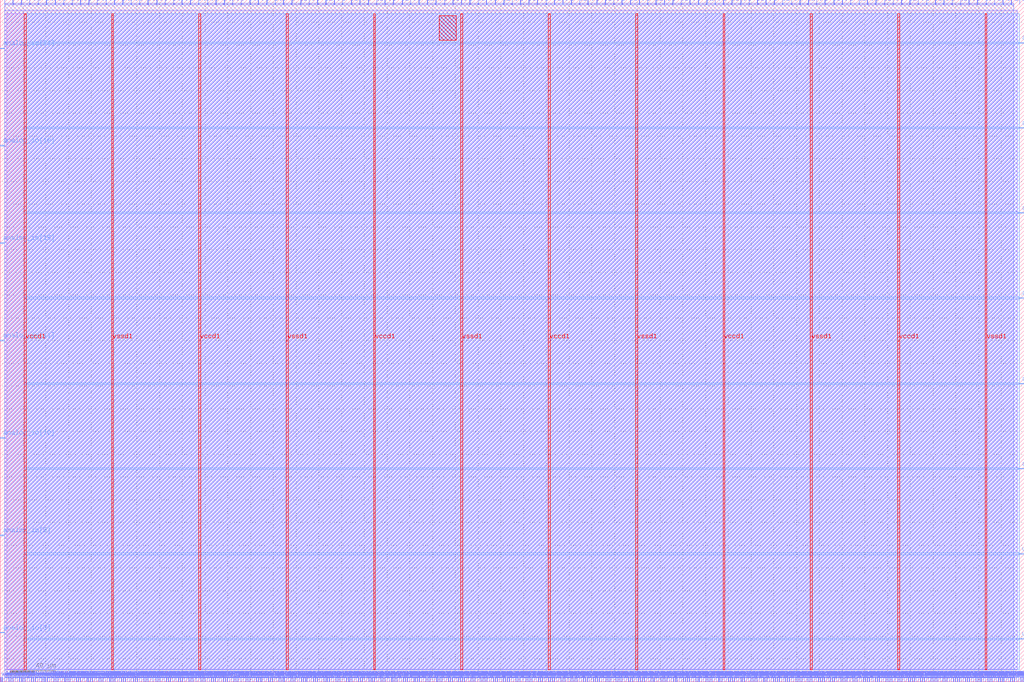
<source format=lef>
VERSION 5.7 ;
  NOWIREEXTENSIONATPIN ON ;
  DIVIDERCHAR "/" ;
  BUSBITCHARS "[]" ;
MACRO macro_four
  CLASS BLOCK ;
  FOREIGN macro_four ;
  ORIGIN 0.000 0.000 ;
  SIZE 900.000 BY 600.000 ;
  PIN analog_io[0]
    DIRECTION INOUT ;
    USE SIGNAL ;
    PORT
      LAYER met2 ;
        RECT 880.990 0.000 881.270 4.000 ;
    END
  END analog_io[0]
  PIN analog_io[10]
    DIRECTION INOUT ;
    USE SIGNAL ;
    PORT
      LAYER met3 ;
        RECT 0.000 214.240 4.000 214.840 ;
    END
  END analog_io[10]
  PIN analog_io[11]
    DIRECTION INOUT ;
    USE SIGNAL ;
    PORT
      LAYER met3 ;
        RECT 0.000 299.920 4.000 300.520 ;
    END
  END analog_io[11]
  PIN analog_io[12]
    DIRECTION INOUT ;
    USE SIGNAL ;
    PORT
      LAYER met2 ;
        RECT 891.570 0.000 891.850 4.000 ;
    END
  END analog_io[12]
  PIN analog_io[13]
    DIRECTION INOUT ;
    USE SIGNAL ;
    PORT
      LAYER met3 ;
        RECT 896.000 337.320 900.000 337.920 ;
    END
  END analog_io[13]
  PIN analog_io[14]
    DIRECTION INOUT ;
    USE SIGNAL ;
    PORT
      LAYER met2 ;
        RECT 893.410 0.000 893.690 4.000 ;
    END
  END analog_io[14]
  PIN analog_io[15]
    DIRECTION INOUT ;
    USE SIGNAL ;
    PORT
      LAYER met3 ;
        RECT 0.000 385.600 4.000 386.200 ;
    END
  END analog_io[15]
  PIN analog_io[16]
    DIRECTION INOUT ;
    USE SIGNAL ;
    PORT
      LAYER met3 ;
        RECT 896.000 412.120 900.000 412.720 ;
    END
  END analog_io[16]
  PIN analog_io[17]
    DIRECTION INOUT ;
    USE SIGNAL ;
    PORT
      LAYER met2 ;
        RECT 895.250 0.000 895.530 4.000 ;
    END
  END analog_io[17]
  PIN analog_io[18]
    DIRECTION INOUT ;
    USE SIGNAL ;
    PORT
      LAYER met3 ;
        RECT 0.000 471.280 4.000 471.880 ;
    END
  END analog_io[18]
  PIN analog_io[19]
    DIRECTION INOUT ;
    USE SIGNAL ;
    PORT
      LAYER met2 ;
        RECT 866.730 596.000 867.010 600.000 ;
    END
  END analog_io[19]
  PIN analog_io[1]
    DIRECTION INOUT ;
    USE SIGNAL ;
    PORT
      LAYER met2 ;
        RECT 882.370 0.000 882.650 4.000 ;
    END
  END analog_io[1]
  PIN analog_io[20]
    DIRECTION INOUT ;
    USE SIGNAL ;
    PORT
      LAYER met2 ;
        RECT 874.090 596.000 874.370 600.000 ;
    END
  END analog_io[20]
  PIN analog_io[21]
    DIRECTION INOUT ;
    USE SIGNAL ;
    PORT
      LAYER met3 ;
        RECT 0.000 556.960 4.000 557.560 ;
    END
  END analog_io[21]
  PIN analog_io[22]
    DIRECTION INOUT ;
    USE SIGNAL ;
    PORT
      LAYER met2 ;
        RECT 897.090 0.000 897.370 4.000 ;
    END
  END analog_io[22]
  PIN analog_io[23]
    DIRECTION INOUT ;
    USE SIGNAL ;
    PORT
      LAYER met2 ;
        RECT 898.930 0.000 899.210 4.000 ;
    END
  END analog_io[23]
  PIN analog_io[24]
    DIRECTION INOUT ;
    USE SIGNAL ;
    PORT
      LAYER met3 ;
        RECT 896.000 486.920 900.000 487.520 ;
    END
  END analog_io[24]
  PIN analog_io[25]
    DIRECTION INOUT ;
    USE SIGNAL ;
    PORT
      LAYER met2 ;
        RECT 881.450 596.000 881.730 600.000 ;
    END
  END analog_io[25]
  PIN analog_io[26]
    DIRECTION INOUT ;
    USE SIGNAL ;
    PORT
      LAYER met3 ;
        RECT 896.000 561.720 900.000 562.320 ;
    END
  END analog_io[26]
  PIN analog_io[27]
    DIRECTION INOUT ;
    USE SIGNAL ;
    PORT
      LAYER met2 ;
        RECT 888.810 596.000 889.090 600.000 ;
    END
  END analog_io[27]
  PIN analog_io[28]
    DIRECTION INOUT ;
    USE SIGNAL ;
    PORT
      LAYER met2 ;
        RECT 896.170 596.000 896.450 600.000 ;
    END
  END analog_io[28]
  PIN analog_io[2]
    DIRECTION INOUT ;
    USE SIGNAL ;
    PORT
      LAYER met2 ;
        RECT 884.210 0.000 884.490 4.000 ;
    END
  END analog_io[2]
  PIN analog_io[3]
    DIRECTION INOUT ;
    USE SIGNAL ;
    PORT
      LAYER met3 ;
        RECT 0.000 42.880 4.000 43.480 ;
    END
  END analog_io[3]
  PIN analog_io[4]
    DIRECTION INOUT ;
    USE SIGNAL ;
    PORT
      LAYER met2 ;
        RECT 887.890 0.000 888.170 4.000 ;
    END
  END analog_io[4]
  PIN analog_io[5]
    DIRECTION INOUT ;
    USE SIGNAL ;
    PORT
      LAYER met3 ;
        RECT 896.000 187.040 900.000 187.640 ;
    END
  END analog_io[5]
  PIN analog_io[6]
    DIRECTION INOUT ;
    USE SIGNAL ;
    PORT
      LAYER met2 ;
        RECT 889.730 0.000 890.010 4.000 ;
    END
  END analog_io[6]
  PIN analog_io[7]
    DIRECTION INOUT ;
    USE SIGNAL ;
    PORT
      LAYER met3 ;
        RECT 896.000 261.840 900.000 262.440 ;
    END
  END analog_io[7]
  PIN analog_io[8]
    DIRECTION INOUT ;
    USE SIGNAL ;
    PORT
      LAYER met2 ;
        RECT 858.910 596.000 859.190 600.000 ;
    END
  END analog_io[8]
  PIN analog_io[9]
    DIRECTION INOUT ;
    USE SIGNAL ;
    PORT
      LAYER met3 ;
        RECT 0.000 128.560 4.000 129.160 ;
    END
  END analog_io[9]
  PIN io_in[0]
    DIRECTION INPUT ;
    USE SIGNAL ;
    PORT
      LAYER met2 ;
        RECT 3.770 596.000 4.050 600.000 ;
    END
  END io_in[0]
  PIN io_in[10]
    DIRECTION INPUT ;
    USE SIGNAL ;
    PORT
      LAYER met2 ;
        RECT 226.870 596.000 227.150 600.000 ;
    END
  END io_in[10]
  PIN io_in[11]
    DIRECTION INPUT ;
    USE SIGNAL ;
    PORT
      LAYER met2 ;
        RECT 248.950 596.000 249.230 600.000 ;
    END
  END io_in[11]
  PIN io_in[12]
    DIRECTION INPUT ;
    USE SIGNAL ;
    PORT
      LAYER met2 ;
        RECT 271.490 596.000 271.770 600.000 ;
    END
  END io_in[12]
  PIN io_in[13]
    DIRECTION INPUT ;
    USE SIGNAL ;
    PORT
      LAYER met2 ;
        RECT 293.570 596.000 293.850 600.000 ;
    END
  END io_in[13]
  PIN io_in[14]
    DIRECTION INPUT ;
    USE SIGNAL ;
    PORT
      LAYER met2 ;
        RECT 316.110 596.000 316.390 600.000 ;
    END
  END io_in[14]
  PIN io_in[15]
    DIRECTION INPUT ;
    USE SIGNAL ;
    PORT
      LAYER met2 ;
        RECT 338.190 596.000 338.470 600.000 ;
    END
  END io_in[15]
  PIN io_in[16]
    DIRECTION INPUT ;
    USE SIGNAL ;
    PORT
      LAYER met2 ;
        RECT 360.730 596.000 361.010 600.000 ;
    END
  END io_in[16]
  PIN io_in[17]
    DIRECTION INPUT ;
    USE SIGNAL ;
    PORT
      LAYER met2 ;
        RECT 382.810 596.000 383.090 600.000 ;
    END
  END io_in[17]
  PIN io_in[18]
    DIRECTION INPUT ;
    USE SIGNAL ;
    PORT
      LAYER met2 ;
        RECT 405.350 596.000 405.630 600.000 ;
    END
  END io_in[18]
  PIN io_in[19]
    DIRECTION INPUT ;
    USE SIGNAL ;
    PORT
      LAYER met2 ;
        RECT 427.430 596.000 427.710 600.000 ;
    END
  END io_in[19]
  PIN io_in[1]
    DIRECTION INPUT ;
    USE SIGNAL ;
    PORT
      LAYER met2 ;
        RECT 25.850 596.000 26.130 600.000 ;
    END
  END io_in[1]
  PIN io_in[20]
    DIRECTION INPUT ;
    USE SIGNAL ;
    PORT
      LAYER met2 ;
        RECT 449.970 596.000 450.250 600.000 ;
    END
  END io_in[20]
  PIN io_in[21]
    DIRECTION INPUT ;
    USE SIGNAL ;
    PORT
      LAYER met2 ;
        RECT 472.050 596.000 472.330 600.000 ;
    END
  END io_in[21]
  PIN io_in[22]
    DIRECTION INPUT ;
    USE SIGNAL ;
    PORT
      LAYER met2 ;
        RECT 494.590 596.000 494.870 600.000 ;
    END
  END io_in[22]
  PIN io_in[23]
    DIRECTION INPUT ;
    USE SIGNAL ;
    PORT
      LAYER met2 ;
        RECT 516.670 596.000 516.950 600.000 ;
    END
  END io_in[23]
  PIN io_in[24]
    DIRECTION INPUT ;
    USE SIGNAL ;
    PORT
      LAYER met2 ;
        RECT 539.210 596.000 539.490 600.000 ;
    END
  END io_in[24]
  PIN io_in[25]
    DIRECTION INPUT ;
    USE SIGNAL ;
    PORT
      LAYER met2 ;
        RECT 561.750 596.000 562.030 600.000 ;
    END
  END io_in[25]
  PIN io_in[26]
    DIRECTION INPUT ;
    USE SIGNAL ;
    PORT
      LAYER met2 ;
        RECT 583.830 596.000 584.110 600.000 ;
    END
  END io_in[26]
  PIN io_in[27]
    DIRECTION INPUT ;
    USE SIGNAL ;
    PORT
      LAYER met2 ;
        RECT 606.370 596.000 606.650 600.000 ;
    END
  END io_in[27]
  PIN io_in[28]
    DIRECTION INPUT ;
    USE SIGNAL ;
    PORT
      LAYER met2 ;
        RECT 628.450 596.000 628.730 600.000 ;
    END
  END io_in[28]
  PIN io_in[29]
    DIRECTION INPUT ;
    USE SIGNAL ;
    PORT
      LAYER met2 ;
        RECT 650.990 596.000 651.270 600.000 ;
    END
  END io_in[29]
  PIN io_in[2]
    DIRECTION INPUT ;
    USE SIGNAL ;
    PORT
      LAYER met2 ;
        RECT 48.390 596.000 48.670 600.000 ;
    END
  END io_in[2]
  PIN io_in[30]
    DIRECTION INPUT ;
    USE SIGNAL ;
    PORT
      LAYER met2 ;
        RECT 673.070 596.000 673.350 600.000 ;
    END
  END io_in[30]
  PIN io_in[31]
    DIRECTION INPUT ;
    USE SIGNAL ;
    PORT
      LAYER met2 ;
        RECT 695.610 596.000 695.890 600.000 ;
    END
  END io_in[31]
  PIN io_in[32]
    DIRECTION INPUT ;
    USE SIGNAL ;
    PORT
      LAYER met2 ;
        RECT 717.690 596.000 717.970 600.000 ;
    END
  END io_in[32]
  PIN io_in[33]
    DIRECTION INPUT ;
    USE SIGNAL ;
    PORT
      LAYER met2 ;
        RECT 740.230 596.000 740.510 600.000 ;
    END
  END io_in[33]
  PIN io_in[34]
    DIRECTION INPUT ;
    USE SIGNAL ;
    PORT
      LAYER met2 ;
        RECT 762.310 596.000 762.590 600.000 ;
    END
  END io_in[34]
  PIN io_in[35]
    DIRECTION INPUT ;
    USE SIGNAL ;
    PORT
      LAYER met2 ;
        RECT 784.850 596.000 785.130 600.000 ;
    END
  END io_in[35]
  PIN io_in[36]
    DIRECTION INPUT ;
    USE SIGNAL ;
    PORT
      LAYER met2 ;
        RECT 806.930 596.000 807.210 600.000 ;
    END
  END io_in[36]
  PIN io_in[37]
    DIRECTION INPUT ;
    USE SIGNAL ;
    PORT
      LAYER met2 ;
        RECT 829.470 596.000 829.750 600.000 ;
    END
  END io_in[37]
  PIN io_in[3]
    DIRECTION INPUT ;
    USE SIGNAL ;
    PORT
      LAYER met2 ;
        RECT 70.470 596.000 70.750 600.000 ;
    END
  END io_in[3]
  PIN io_in[4]
    DIRECTION INPUT ;
    USE SIGNAL ;
    PORT
      LAYER met2 ;
        RECT 93.010 596.000 93.290 600.000 ;
    END
  END io_in[4]
  PIN io_in[5]
    DIRECTION INPUT ;
    USE SIGNAL ;
    PORT
      LAYER met2 ;
        RECT 115.090 596.000 115.370 600.000 ;
    END
  END io_in[5]
  PIN io_in[6]
    DIRECTION INPUT ;
    USE SIGNAL ;
    PORT
      LAYER met2 ;
        RECT 137.630 596.000 137.910 600.000 ;
    END
  END io_in[6]
  PIN io_in[7]
    DIRECTION INPUT ;
    USE SIGNAL ;
    PORT
      LAYER met2 ;
        RECT 159.710 596.000 159.990 600.000 ;
    END
  END io_in[7]
  PIN io_in[8]
    DIRECTION INPUT ;
    USE SIGNAL ;
    PORT
      LAYER met2 ;
        RECT 182.250 596.000 182.530 600.000 ;
    END
  END io_in[8]
  PIN io_in[9]
    DIRECTION INPUT ;
    USE SIGNAL ;
    PORT
      LAYER met2 ;
        RECT 204.330 596.000 204.610 600.000 ;
    END
  END io_in[9]
  PIN io_oeb[0]
    DIRECTION OUTPUT TRISTATE ;
    USE SIGNAL ;
    PORT
      LAYER met2 ;
        RECT 11.130 596.000 11.410 600.000 ;
    END
  END io_oeb[0]
  PIN io_oeb[10]
    DIRECTION OUTPUT TRISTATE ;
    USE SIGNAL ;
    PORT
      LAYER met2 ;
        RECT 234.230 596.000 234.510 600.000 ;
    END
  END io_oeb[10]
  PIN io_oeb[11]
    DIRECTION OUTPUT TRISTATE ;
    USE SIGNAL ;
    PORT
      LAYER met2 ;
        RECT 256.310 596.000 256.590 600.000 ;
    END
  END io_oeb[11]
  PIN io_oeb[12]
    DIRECTION OUTPUT TRISTATE ;
    USE SIGNAL ;
    PORT
      LAYER met2 ;
        RECT 278.850 596.000 279.130 600.000 ;
    END
  END io_oeb[12]
  PIN io_oeb[13]
    DIRECTION OUTPUT TRISTATE ;
    USE SIGNAL ;
    PORT
      LAYER met2 ;
        RECT 300.930 596.000 301.210 600.000 ;
    END
  END io_oeb[13]
  PIN io_oeb[14]
    DIRECTION OUTPUT TRISTATE ;
    USE SIGNAL ;
    PORT
      LAYER met2 ;
        RECT 323.470 596.000 323.750 600.000 ;
    END
  END io_oeb[14]
  PIN io_oeb[15]
    DIRECTION OUTPUT TRISTATE ;
    USE SIGNAL ;
    PORT
      LAYER met2 ;
        RECT 345.550 596.000 345.830 600.000 ;
    END
  END io_oeb[15]
  PIN io_oeb[16]
    DIRECTION OUTPUT TRISTATE ;
    USE SIGNAL ;
    PORT
      LAYER met2 ;
        RECT 368.090 596.000 368.370 600.000 ;
    END
  END io_oeb[16]
  PIN io_oeb[17]
    DIRECTION OUTPUT TRISTATE ;
    USE SIGNAL ;
    PORT
      LAYER met2 ;
        RECT 390.630 596.000 390.910 600.000 ;
    END
  END io_oeb[17]
  PIN io_oeb[18]
    DIRECTION OUTPUT TRISTATE ;
    USE SIGNAL ;
    PORT
      LAYER met2 ;
        RECT 412.710 596.000 412.990 600.000 ;
    END
  END io_oeb[18]
  PIN io_oeb[19]
    DIRECTION OUTPUT TRISTATE ;
    USE SIGNAL ;
    PORT
      LAYER met2 ;
        RECT 435.250 596.000 435.530 600.000 ;
    END
  END io_oeb[19]
  PIN io_oeb[1]
    DIRECTION OUTPUT TRISTATE ;
    USE SIGNAL ;
    PORT
      LAYER met2 ;
        RECT 33.210 596.000 33.490 600.000 ;
    END
  END io_oeb[1]
  PIN io_oeb[20]
    DIRECTION OUTPUT TRISTATE ;
    USE SIGNAL ;
    PORT
      LAYER met2 ;
        RECT 457.330 596.000 457.610 600.000 ;
    END
  END io_oeb[20]
  PIN io_oeb[21]
    DIRECTION OUTPUT TRISTATE ;
    USE SIGNAL ;
    PORT
      LAYER met2 ;
        RECT 479.870 596.000 480.150 600.000 ;
    END
  END io_oeb[21]
  PIN io_oeb[22]
    DIRECTION OUTPUT TRISTATE ;
    USE SIGNAL ;
    PORT
      LAYER met2 ;
        RECT 501.950 596.000 502.230 600.000 ;
    END
  END io_oeb[22]
  PIN io_oeb[23]
    DIRECTION OUTPUT TRISTATE ;
    USE SIGNAL ;
    PORT
      LAYER met2 ;
        RECT 524.490 596.000 524.770 600.000 ;
    END
  END io_oeb[23]
  PIN io_oeb[24]
    DIRECTION OUTPUT TRISTATE ;
    USE SIGNAL ;
    PORT
      LAYER met2 ;
        RECT 546.570 596.000 546.850 600.000 ;
    END
  END io_oeb[24]
  PIN io_oeb[25]
    DIRECTION OUTPUT TRISTATE ;
    USE SIGNAL ;
    PORT
      LAYER met2 ;
        RECT 569.110 596.000 569.390 600.000 ;
    END
  END io_oeb[25]
  PIN io_oeb[26]
    DIRECTION OUTPUT TRISTATE ;
    USE SIGNAL ;
    PORT
      LAYER met2 ;
        RECT 591.190 596.000 591.470 600.000 ;
    END
  END io_oeb[26]
  PIN io_oeb[27]
    DIRECTION OUTPUT TRISTATE ;
    USE SIGNAL ;
    PORT
      LAYER met2 ;
        RECT 613.730 596.000 614.010 600.000 ;
    END
  END io_oeb[27]
  PIN io_oeb[28]
    DIRECTION OUTPUT TRISTATE ;
    USE SIGNAL ;
    PORT
      LAYER met2 ;
        RECT 635.810 596.000 636.090 600.000 ;
    END
  END io_oeb[28]
  PIN io_oeb[29]
    DIRECTION OUTPUT TRISTATE ;
    USE SIGNAL ;
    PORT
      LAYER met2 ;
        RECT 658.350 596.000 658.630 600.000 ;
    END
  END io_oeb[29]
  PIN io_oeb[2]
    DIRECTION OUTPUT TRISTATE ;
    USE SIGNAL ;
    PORT
      LAYER met2 ;
        RECT 55.750 596.000 56.030 600.000 ;
    END
  END io_oeb[2]
  PIN io_oeb[30]
    DIRECTION OUTPUT TRISTATE ;
    USE SIGNAL ;
    PORT
      LAYER met2 ;
        RECT 680.430 596.000 680.710 600.000 ;
    END
  END io_oeb[30]
  PIN io_oeb[31]
    DIRECTION OUTPUT TRISTATE ;
    USE SIGNAL ;
    PORT
      LAYER met2 ;
        RECT 702.970 596.000 703.250 600.000 ;
    END
  END io_oeb[31]
  PIN io_oeb[32]
    DIRECTION OUTPUT TRISTATE ;
    USE SIGNAL ;
    PORT
      LAYER met2 ;
        RECT 725.050 596.000 725.330 600.000 ;
    END
  END io_oeb[32]
  PIN io_oeb[33]
    DIRECTION OUTPUT TRISTATE ;
    USE SIGNAL ;
    PORT
      LAYER met2 ;
        RECT 747.590 596.000 747.870 600.000 ;
    END
  END io_oeb[33]
  PIN io_oeb[34]
    DIRECTION OUTPUT TRISTATE ;
    USE SIGNAL ;
    PORT
      LAYER met2 ;
        RECT 769.670 596.000 769.950 600.000 ;
    END
  END io_oeb[34]
  PIN io_oeb[35]
    DIRECTION OUTPUT TRISTATE ;
    USE SIGNAL ;
    PORT
      LAYER met2 ;
        RECT 792.210 596.000 792.490 600.000 ;
    END
  END io_oeb[35]
  PIN io_oeb[36]
    DIRECTION OUTPUT TRISTATE ;
    USE SIGNAL ;
    PORT
      LAYER met2 ;
        RECT 814.290 596.000 814.570 600.000 ;
    END
  END io_oeb[36]
  PIN io_oeb[37]
    DIRECTION OUTPUT TRISTATE ;
    USE SIGNAL ;
    PORT
      LAYER met2 ;
        RECT 836.830 596.000 837.110 600.000 ;
    END
  END io_oeb[37]
  PIN io_oeb[3]
    DIRECTION OUTPUT TRISTATE ;
    USE SIGNAL ;
    PORT
      LAYER met2 ;
        RECT 77.830 596.000 78.110 600.000 ;
    END
  END io_oeb[3]
  PIN io_oeb[4]
    DIRECTION OUTPUT TRISTATE ;
    USE SIGNAL ;
    PORT
      LAYER met2 ;
        RECT 100.370 596.000 100.650 600.000 ;
    END
  END io_oeb[4]
  PIN io_oeb[5]
    DIRECTION OUTPUT TRISTATE ;
    USE SIGNAL ;
    PORT
      LAYER met2 ;
        RECT 122.450 596.000 122.730 600.000 ;
    END
  END io_oeb[5]
  PIN io_oeb[6]
    DIRECTION OUTPUT TRISTATE ;
    USE SIGNAL ;
    PORT
      LAYER met2 ;
        RECT 144.990 596.000 145.270 600.000 ;
    END
  END io_oeb[6]
  PIN io_oeb[7]
    DIRECTION OUTPUT TRISTATE ;
    USE SIGNAL ;
    PORT
      LAYER met2 ;
        RECT 167.070 596.000 167.350 600.000 ;
    END
  END io_oeb[7]
  PIN io_oeb[8]
    DIRECTION OUTPUT TRISTATE ;
    USE SIGNAL ;
    PORT
      LAYER met2 ;
        RECT 189.610 596.000 189.890 600.000 ;
    END
  END io_oeb[8]
  PIN io_oeb[9]
    DIRECTION OUTPUT TRISTATE ;
    USE SIGNAL ;
    PORT
      LAYER met2 ;
        RECT 211.690 596.000 211.970 600.000 ;
    END
  END io_oeb[9]
  PIN io_out[0]
    DIRECTION OUTPUT TRISTATE ;
    USE SIGNAL ;
    PORT
      LAYER met2 ;
        RECT 18.490 596.000 18.770 600.000 ;
    END
  END io_out[0]
  PIN io_out[10]
    DIRECTION OUTPUT TRISTATE ;
    USE SIGNAL ;
    PORT
      LAYER met2 ;
        RECT 241.590 596.000 241.870 600.000 ;
    END
  END io_out[10]
  PIN io_out[11]
    DIRECTION OUTPUT TRISTATE ;
    USE SIGNAL ;
    PORT
      LAYER met2 ;
        RECT 264.130 596.000 264.410 600.000 ;
    END
  END io_out[11]
  PIN io_out[12]
    DIRECTION OUTPUT TRISTATE ;
    USE SIGNAL ;
    PORT
      LAYER met2 ;
        RECT 286.210 596.000 286.490 600.000 ;
    END
  END io_out[12]
  PIN io_out[13]
    DIRECTION OUTPUT TRISTATE ;
    USE SIGNAL ;
    PORT
      LAYER met2 ;
        RECT 308.750 596.000 309.030 600.000 ;
    END
  END io_out[13]
  PIN io_out[14]
    DIRECTION OUTPUT TRISTATE ;
    USE SIGNAL ;
    PORT
      LAYER met2 ;
        RECT 330.830 596.000 331.110 600.000 ;
    END
  END io_out[14]
  PIN io_out[15]
    DIRECTION OUTPUT TRISTATE ;
    USE SIGNAL ;
    PORT
      LAYER met2 ;
        RECT 353.370 596.000 353.650 600.000 ;
    END
  END io_out[15]
  PIN io_out[16]
    DIRECTION OUTPUT TRISTATE ;
    USE SIGNAL ;
    PORT
      LAYER met2 ;
        RECT 375.450 596.000 375.730 600.000 ;
    END
  END io_out[16]
  PIN io_out[17]
    DIRECTION OUTPUT TRISTATE ;
    USE SIGNAL ;
    PORT
      LAYER met2 ;
        RECT 397.990 596.000 398.270 600.000 ;
    END
  END io_out[17]
  PIN io_out[18]
    DIRECTION OUTPUT TRISTATE ;
    USE SIGNAL ;
    PORT
      LAYER met2 ;
        RECT 420.070 596.000 420.350 600.000 ;
    END
  END io_out[18]
  PIN io_out[19]
    DIRECTION OUTPUT TRISTATE ;
    USE SIGNAL ;
    PORT
      LAYER met2 ;
        RECT 442.610 596.000 442.890 600.000 ;
    END
  END io_out[19]
  PIN io_out[1]
    DIRECTION OUTPUT TRISTATE ;
    USE SIGNAL ;
    PORT
      LAYER met2 ;
        RECT 40.570 596.000 40.850 600.000 ;
    END
  END io_out[1]
  PIN io_out[20]
    DIRECTION OUTPUT TRISTATE ;
    USE SIGNAL ;
    PORT
      LAYER met2 ;
        RECT 464.690 596.000 464.970 600.000 ;
    END
  END io_out[20]
  PIN io_out[21]
    DIRECTION OUTPUT TRISTATE ;
    USE SIGNAL ;
    PORT
      LAYER met2 ;
        RECT 487.230 596.000 487.510 600.000 ;
    END
  END io_out[21]
  PIN io_out[22]
    DIRECTION OUTPUT TRISTATE ;
    USE SIGNAL ;
    PORT
      LAYER met2 ;
        RECT 509.310 596.000 509.590 600.000 ;
    END
  END io_out[22]
  PIN io_out[23]
    DIRECTION OUTPUT TRISTATE ;
    USE SIGNAL ;
    PORT
      LAYER met2 ;
        RECT 531.850 596.000 532.130 600.000 ;
    END
  END io_out[23]
  PIN io_out[24]
    DIRECTION OUTPUT TRISTATE ;
    USE SIGNAL ;
    PORT
      LAYER met2 ;
        RECT 553.930 596.000 554.210 600.000 ;
    END
  END io_out[24]
  PIN io_out[25]
    DIRECTION OUTPUT TRISTATE ;
    USE SIGNAL ;
    PORT
      LAYER met2 ;
        RECT 576.470 596.000 576.750 600.000 ;
    END
  END io_out[25]
  PIN io_out[26]
    DIRECTION OUTPUT TRISTATE ;
    USE SIGNAL ;
    PORT
      LAYER met2 ;
        RECT 598.550 596.000 598.830 600.000 ;
    END
  END io_out[26]
  PIN io_out[27]
    DIRECTION OUTPUT TRISTATE ;
    USE SIGNAL ;
    PORT
      LAYER met2 ;
        RECT 621.090 596.000 621.370 600.000 ;
    END
  END io_out[27]
  PIN io_out[28]
    DIRECTION OUTPUT TRISTATE ;
    USE SIGNAL ;
    PORT
      LAYER met2 ;
        RECT 643.170 596.000 643.450 600.000 ;
    END
  END io_out[28]
  PIN io_out[29]
    DIRECTION OUTPUT TRISTATE ;
    USE SIGNAL ;
    PORT
      LAYER met2 ;
        RECT 665.710 596.000 665.990 600.000 ;
    END
  END io_out[29]
  PIN io_out[2]
    DIRECTION OUTPUT TRISTATE ;
    USE SIGNAL ;
    PORT
      LAYER met2 ;
        RECT 63.110 596.000 63.390 600.000 ;
    END
  END io_out[2]
  PIN io_out[30]
    DIRECTION OUTPUT TRISTATE ;
    USE SIGNAL ;
    PORT
      LAYER met2 ;
        RECT 687.790 596.000 688.070 600.000 ;
    END
  END io_out[30]
  PIN io_out[31]
    DIRECTION OUTPUT TRISTATE ;
    USE SIGNAL ;
    PORT
      LAYER met2 ;
        RECT 710.330 596.000 710.610 600.000 ;
    END
  END io_out[31]
  PIN io_out[32]
    DIRECTION OUTPUT TRISTATE ;
    USE SIGNAL ;
    PORT
      LAYER met2 ;
        RECT 732.870 596.000 733.150 600.000 ;
    END
  END io_out[32]
  PIN io_out[33]
    DIRECTION OUTPUT TRISTATE ;
    USE SIGNAL ;
    PORT
      LAYER met2 ;
        RECT 754.950 596.000 755.230 600.000 ;
    END
  END io_out[33]
  PIN io_out[34]
    DIRECTION OUTPUT TRISTATE ;
    USE SIGNAL ;
    PORT
      LAYER met2 ;
        RECT 777.490 596.000 777.770 600.000 ;
    END
  END io_out[34]
  PIN io_out[35]
    DIRECTION OUTPUT TRISTATE ;
    USE SIGNAL ;
    PORT
      LAYER met2 ;
        RECT 799.570 596.000 799.850 600.000 ;
    END
  END io_out[35]
  PIN io_out[36]
    DIRECTION OUTPUT TRISTATE ;
    USE SIGNAL ;
    PORT
      LAYER met2 ;
        RECT 822.110 596.000 822.390 600.000 ;
    END
  END io_out[36]
  PIN io_out[37]
    DIRECTION OUTPUT TRISTATE ;
    USE SIGNAL ;
    PORT
      LAYER met2 ;
        RECT 844.190 596.000 844.470 600.000 ;
    END
  END io_out[37]
  PIN io_out[3]
    DIRECTION OUTPUT TRISTATE ;
    USE SIGNAL ;
    PORT
      LAYER met2 ;
        RECT 85.190 596.000 85.470 600.000 ;
    END
  END io_out[3]
  PIN io_out[4]
    DIRECTION OUTPUT TRISTATE ;
    USE SIGNAL ;
    PORT
      LAYER met2 ;
        RECT 107.730 596.000 108.010 600.000 ;
    END
  END io_out[4]
  PIN io_out[5]
    DIRECTION OUTPUT TRISTATE ;
    USE SIGNAL ;
    PORT
      LAYER met2 ;
        RECT 129.810 596.000 130.090 600.000 ;
    END
  END io_out[5]
  PIN io_out[6]
    DIRECTION OUTPUT TRISTATE ;
    USE SIGNAL ;
    PORT
      LAYER met2 ;
        RECT 152.350 596.000 152.630 600.000 ;
    END
  END io_out[6]
  PIN io_out[7]
    DIRECTION OUTPUT TRISTATE ;
    USE SIGNAL ;
    PORT
      LAYER met2 ;
        RECT 174.430 596.000 174.710 600.000 ;
    END
  END io_out[7]
  PIN io_out[8]
    DIRECTION OUTPUT TRISTATE ;
    USE SIGNAL ;
    PORT
      LAYER met2 ;
        RECT 196.970 596.000 197.250 600.000 ;
    END
  END io_out[8]
  PIN io_out[9]
    DIRECTION OUTPUT TRISTATE ;
    USE SIGNAL ;
    PORT
      LAYER met2 ;
        RECT 219.510 596.000 219.790 600.000 ;
    END
  END io_out[9]
  PIN la_data_in[0]
    DIRECTION INPUT ;
    USE SIGNAL ;
    PORT
      LAYER met2 ;
        RECT 190.990 0.000 191.270 4.000 ;
    END
  END la_data_in[0]
  PIN la_data_in[100]
    DIRECTION INPUT ;
    USE SIGNAL ;
    PORT
      LAYER met2 ;
        RECT 729.650 0.000 729.930 4.000 ;
    END
  END la_data_in[100]
  PIN la_data_in[101]
    DIRECTION INPUT ;
    USE SIGNAL ;
    PORT
      LAYER met2 ;
        RECT 735.170 0.000 735.450 4.000 ;
    END
  END la_data_in[101]
  PIN la_data_in[102]
    DIRECTION INPUT ;
    USE SIGNAL ;
    PORT
      LAYER met2 ;
        RECT 740.690 0.000 740.970 4.000 ;
    END
  END la_data_in[102]
  PIN la_data_in[103]
    DIRECTION INPUT ;
    USE SIGNAL ;
    PORT
      LAYER met2 ;
        RECT 746.210 0.000 746.490 4.000 ;
    END
  END la_data_in[103]
  PIN la_data_in[104]
    DIRECTION INPUT ;
    USE SIGNAL ;
    PORT
      LAYER met2 ;
        RECT 751.270 0.000 751.550 4.000 ;
    END
  END la_data_in[104]
  PIN la_data_in[105]
    DIRECTION INPUT ;
    USE SIGNAL ;
    PORT
      LAYER met2 ;
        RECT 756.790 0.000 757.070 4.000 ;
    END
  END la_data_in[105]
  PIN la_data_in[106]
    DIRECTION INPUT ;
    USE SIGNAL ;
    PORT
      LAYER met2 ;
        RECT 762.310 0.000 762.590 4.000 ;
    END
  END la_data_in[106]
  PIN la_data_in[107]
    DIRECTION INPUT ;
    USE SIGNAL ;
    PORT
      LAYER met2 ;
        RECT 767.370 0.000 767.650 4.000 ;
    END
  END la_data_in[107]
  PIN la_data_in[108]
    DIRECTION INPUT ;
    USE SIGNAL ;
    PORT
      LAYER met2 ;
        RECT 772.890 0.000 773.170 4.000 ;
    END
  END la_data_in[108]
  PIN la_data_in[109]
    DIRECTION INPUT ;
    USE SIGNAL ;
    PORT
      LAYER met2 ;
        RECT 778.410 0.000 778.690 4.000 ;
    END
  END la_data_in[109]
  PIN la_data_in[10]
    DIRECTION INPUT ;
    USE SIGNAL ;
    PORT
      LAYER met2 ;
        RECT 244.810 0.000 245.090 4.000 ;
    END
  END la_data_in[10]
  PIN la_data_in[110]
    DIRECTION INPUT ;
    USE SIGNAL ;
    PORT
      LAYER met2 ;
        RECT 783.930 0.000 784.210 4.000 ;
    END
  END la_data_in[110]
  PIN la_data_in[111]
    DIRECTION INPUT ;
    USE SIGNAL ;
    PORT
      LAYER met2 ;
        RECT 788.990 0.000 789.270 4.000 ;
    END
  END la_data_in[111]
  PIN la_data_in[112]
    DIRECTION INPUT ;
    USE SIGNAL ;
    PORT
      LAYER met2 ;
        RECT 794.510 0.000 794.790 4.000 ;
    END
  END la_data_in[112]
  PIN la_data_in[113]
    DIRECTION INPUT ;
    USE SIGNAL ;
    PORT
      LAYER met2 ;
        RECT 800.030 0.000 800.310 4.000 ;
    END
  END la_data_in[113]
  PIN la_data_in[114]
    DIRECTION INPUT ;
    USE SIGNAL ;
    PORT
      LAYER met2 ;
        RECT 805.090 0.000 805.370 4.000 ;
    END
  END la_data_in[114]
  PIN la_data_in[115]
    DIRECTION INPUT ;
    USE SIGNAL ;
    PORT
      LAYER met2 ;
        RECT 810.610 0.000 810.890 4.000 ;
    END
  END la_data_in[115]
  PIN la_data_in[116]
    DIRECTION INPUT ;
    USE SIGNAL ;
    PORT
      LAYER met2 ;
        RECT 816.130 0.000 816.410 4.000 ;
    END
  END la_data_in[116]
  PIN la_data_in[117]
    DIRECTION INPUT ;
    USE SIGNAL ;
    PORT
      LAYER met2 ;
        RECT 821.650 0.000 821.930 4.000 ;
    END
  END la_data_in[117]
  PIN la_data_in[118]
    DIRECTION INPUT ;
    USE SIGNAL ;
    PORT
      LAYER met2 ;
        RECT 826.710 0.000 826.990 4.000 ;
    END
  END la_data_in[118]
  PIN la_data_in[119]
    DIRECTION INPUT ;
    USE SIGNAL ;
    PORT
      LAYER met2 ;
        RECT 832.230 0.000 832.510 4.000 ;
    END
  END la_data_in[119]
  PIN la_data_in[11]
    DIRECTION INPUT ;
    USE SIGNAL ;
    PORT
      LAYER met2 ;
        RECT 249.870 0.000 250.150 4.000 ;
    END
  END la_data_in[11]
  PIN la_data_in[120]
    DIRECTION INPUT ;
    USE SIGNAL ;
    PORT
      LAYER met2 ;
        RECT 837.750 0.000 838.030 4.000 ;
    END
  END la_data_in[120]
  PIN la_data_in[121]
    DIRECTION INPUT ;
    USE SIGNAL ;
    PORT
      LAYER met2 ;
        RECT 843.270 0.000 843.550 4.000 ;
    END
  END la_data_in[121]
  PIN la_data_in[122]
    DIRECTION INPUT ;
    USE SIGNAL ;
    PORT
      LAYER met2 ;
        RECT 848.330 0.000 848.610 4.000 ;
    END
  END la_data_in[122]
  PIN la_data_in[123]
    DIRECTION INPUT ;
    USE SIGNAL ;
    PORT
      LAYER met2 ;
        RECT 853.850 0.000 854.130 4.000 ;
    END
  END la_data_in[123]
  PIN la_data_in[124]
    DIRECTION INPUT ;
    USE SIGNAL ;
    PORT
      LAYER met2 ;
        RECT 859.370 0.000 859.650 4.000 ;
    END
  END la_data_in[124]
  PIN la_data_in[125]
    DIRECTION INPUT ;
    USE SIGNAL ;
    PORT
      LAYER met2 ;
        RECT 864.430 0.000 864.710 4.000 ;
    END
  END la_data_in[125]
  PIN la_data_in[126]
    DIRECTION INPUT ;
    USE SIGNAL ;
    PORT
      LAYER met2 ;
        RECT 869.950 0.000 870.230 4.000 ;
    END
  END la_data_in[126]
  PIN la_data_in[127]
    DIRECTION INPUT ;
    USE SIGNAL ;
    PORT
      LAYER met2 ;
        RECT 875.470 0.000 875.750 4.000 ;
    END
  END la_data_in[127]
  PIN la_data_in[12]
    DIRECTION INPUT ;
    USE SIGNAL ;
    PORT
      LAYER met2 ;
        RECT 255.390 0.000 255.670 4.000 ;
    END
  END la_data_in[12]
  PIN la_data_in[13]
    DIRECTION INPUT ;
    USE SIGNAL ;
    PORT
      LAYER met2 ;
        RECT 260.910 0.000 261.190 4.000 ;
    END
  END la_data_in[13]
  PIN la_data_in[14]
    DIRECTION INPUT ;
    USE SIGNAL ;
    PORT
      LAYER met2 ;
        RECT 266.430 0.000 266.710 4.000 ;
    END
  END la_data_in[14]
  PIN la_data_in[15]
    DIRECTION INPUT ;
    USE SIGNAL ;
    PORT
      LAYER met2 ;
        RECT 271.490 0.000 271.770 4.000 ;
    END
  END la_data_in[15]
  PIN la_data_in[16]
    DIRECTION INPUT ;
    USE SIGNAL ;
    PORT
      LAYER met2 ;
        RECT 277.010 0.000 277.290 4.000 ;
    END
  END la_data_in[16]
  PIN la_data_in[17]
    DIRECTION INPUT ;
    USE SIGNAL ;
    PORT
      LAYER met2 ;
        RECT 282.530 0.000 282.810 4.000 ;
    END
  END la_data_in[17]
  PIN la_data_in[18]
    DIRECTION INPUT ;
    USE SIGNAL ;
    PORT
      LAYER met2 ;
        RECT 287.590 0.000 287.870 4.000 ;
    END
  END la_data_in[18]
  PIN la_data_in[19]
    DIRECTION INPUT ;
    USE SIGNAL ;
    PORT
      LAYER met2 ;
        RECT 293.110 0.000 293.390 4.000 ;
    END
  END la_data_in[19]
  PIN la_data_in[1]
    DIRECTION INPUT ;
    USE SIGNAL ;
    PORT
      LAYER met2 ;
        RECT 196.050 0.000 196.330 4.000 ;
    END
  END la_data_in[1]
  PIN la_data_in[20]
    DIRECTION INPUT ;
    USE SIGNAL ;
    PORT
      LAYER met2 ;
        RECT 298.630 0.000 298.910 4.000 ;
    END
  END la_data_in[20]
  PIN la_data_in[21]
    DIRECTION INPUT ;
    USE SIGNAL ;
    PORT
      LAYER met2 ;
        RECT 304.150 0.000 304.430 4.000 ;
    END
  END la_data_in[21]
  PIN la_data_in[22]
    DIRECTION INPUT ;
    USE SIGNAL ;
    PORT
      LAYER met2 ;
        RECT 309.210 0.000 309.490 4.000 ;
    END
  END la_data_in[22]
  PIN la_data_in[23]
    DIRECTION INPUT ;
    USE SIGNAL ;
    PORT
      LAYER met2 ;
        RECT 314.730 0.000 315.010 4.000 ;
    END
  END la_data_in[23]
  PIN la_data_in[24]
    DIRECTION INPUT ;
    USE SIGNAL ;
    PORT
      LAYER met2 ;
        RECT 320.250 0.000 320.530 4.000 ;
    END
  END la_data_in[24]
  PIN la_data_in[25]
    DIRECTION INPUT ;
    USE SIGNAL ;
    PORT
      LAYER met2 ;
        RECT 325.770 0.000 326.050 4.000 ;
    END
  END la_data_in[25]
  PIN la_data_in[26]
    DIRECTION INPUT ;
    USE SIGNAL ;
    PORT
      LAYER met2 ;
        RECT 330.830 0.000 331.110 4.000 ;
    END
  END la_data_in[26]
  PIN la_data_in[27]
    DIRECTION INPUT ;
    USE SIGNAL ;
    PORT
      LAYER met2 ;
        RECT 336.350 0.000 336.630 4.000 ;
    END
  END la_data_in[27]
  PIN la_data_in[28]
    DIRECTION INPUT ;
    USE SIGNAL ;
    PORT
      LAYER met2 ;
        RECT 341.870 0.000 342.150 4.000 ;
    END
  END la_data_in[28]
  PIN la_data_in[29]
    DIRECTION INPUT ;
    USE SIGNAL ;
    PORT
      LAYER met2 ;
        RECT 346.930 0.000 347.210 4.000 ;
    END
  END la_data_in[29]
  PIN la_data_in[2]
    DIRECTION INPUT ;
    USE SIGNAL ;
    PORT
      LAYER met2 ;
        RECT 201.570 0.000 201.850 4.000 ;
    END
  END la_data_in[2]
  PIN la_data_in[30]
    DIRECTION INPUT ;
    USE SIGNAL ;
    PORT
      LAYER met2 ;
        RECT 352.450 0.000 352.730 4.000 ;
    END
  END la_data_in[30]
  PIN la_data_in[31]
    DIRECTION INPUT ;
    USE SIGNAL ;
    PORT
      LAYER met2 ;
        RECT 357.970 0.000 358.250 4.000 ;
    END
  END la_data_in[31]
  PIN la_data_in[32]
    DIRECTION INPUT ;
    USE SIGNAL ;
    PORT
      LAYER met2 ;
        RECT 363.490 0.000 363.770 4.000 ;
    END
  END la_data_in[32]
  PIN la_data_in[33]
    DIRECTION INPUT ;
    USE SIGNAL ;
    PORT
      LAYER met2 ;
        RECT 368.550 0.000 368.830 4.000 ;
    END
  END la_data_in[33]
  PIN la_data_in[34]
    DIRECTION INPUT ;
    USE SIGNAL ;
    PORT
      LAYER met2 ;
        RECT 374.070 0.000 374.350 4.000 ;
    END
  END la_data_in[34]
  PIN la_data_in[35]
    DIRECTION INPUT ;
    USE SIGNAL ;
    PORT
      LAYER met2 ;
        RECT 379.590 0.000 379.870 4.000 ;
    END
  END la_data_in[35]
  PIN la_data_in[36]
    DIRECTION INPUT ;
    USE SIGNAL ;
    PORT
      LAYER met2 ;
        RECT 384.650 0.000 384.930 4.000 ;
    END
  END la_data_in[36]
  PIN la_data_in[37]
    DIRECTION INPUT ;
    USE SIGNAL ;
    PORT
      LAYER met2 ;
        RECT 390.170 0.000 390.450 4.000 ;
    END
  END la_data_in[37]
  PIN la_data_in[38]
    DIRECTION INPUT ;
    USE SIGNAL ;
    PORT
      LAYER met2 ;
        RECT 395.690 0.000 395.970 4.000 ;
    END
  END la_data_in[38]
  PIN la_data_in[39]
    DIRECTION INPUT ;
    USE SIGNAL ;
    PORT
      LAYER met2 ;
        RECT 401.210 0.000 401.490 4.000 ;
    END
  END la_data_in[39]
  PIN la_data_in[3]
    DIRECTION INPUT ;
    USE SIGNAL ;
    PORT
      LAYER met2 ;
        RECT 207.090 0.000 207.370 4.000 ;
    END
  END la_data_in[3]
  PIN la_data_in[40]
    DIRECTION INPUT ;
    USE SIGNAL ;
    PORT
      LAYER met2 ;
        RECT 406.270 0.000 406.550 4.000 ;
    END
  END la_data_in[40]
  PIN la_data_in[41]
    DIRECTION INPUT ;
    USE SIGNAL ;
    PORT
      LAYER met2 ;
        RECT 411.790 0.000 412.070 4.000 ;
    END
  END la_data_in[41]
  PIN la_data_in[42]
    DIRECTION INPUT ;
    USE SIGNAL ;
    PORT
      LAYER met2 ;
        RECT 417.310 0.000 417.590 4.000 ;
    END
  END la_data_in[42]
  PIN la_data_in[43]
    DIRECTION INPUT ;
    USE SIGNAL ;
    PORT
      LAYER met2 ;
        RECT 422.370 0.000 422.650 4.000 ;
    END
  END la_data_in[43]
  PIN la_data_in[44]
    DIRECTION INPUT ;
    USE SIGNAL ;
    PORT
      LAYER met2 ;
        RECT 427.890 0.000 428.170 4.000 ;
    END
  END la_data_in[44]
  PIN la_data_in[45]
    DIRECTION INPUT ;
    USE SIGNAL ;
    PORT
      LAYER met2 ;
        RECT 433.410 0.000 433.690 4.000 ;
    END
  END la_data_in[45]
  PIN la_data_in[46]
    DIRECTION INPUT ;
    USE SIGNAL ;
    PORT
      LAYER met2 ;
        RECT 438.930 0.000 439.210 4.000 ;
    END
  END la_data_in[46]
  PIN la_data_in[47]
    DIRECTION INPUT ;
    USE SIGNAL ;
    PORT
      LAYER met2 ;
        RECT 443.990 0.000 444.270 4.000 ;
    END
  END la_data_in[47]
  PIN la_data_in[48]
    DIRECTION INPUT ;
    USE SIGNAL ;
    PORT
      LAYER met2 ;
        RECT 449.510 0.000 449.790 4.000 ;
    END
  END la_data_in[48]
  PIN la_data_in[49]
    DIRECTION INPUT ;
    USE SIGNAL ;
    PORT
      LAYER met2 ;
        RECT 455.030 0.000 455.310 4.000 ;
    END
  END la_data_in[49]
  PIN la_data_in[4]
    DIRECTION INPUT ;
    USE SIGNAL ;
    PORT
      LAYER met2 ;
        RECT 212.150 0.000 212.430 4.000 ;
    END
  END la_data_in[4]
  PIN la_data_in[50]
    DIRECTION INPUT ;
    USE SIGNAL ;
    PORT
      LAYER met2 ;
        RECT 460.090 0.000 460.370 4.000 ;
    END
  END la_data_in[50]
  PIN la_data_in[51]
    DIRECTION INPUT ;
    USE SIGNAL ;
    PORT
      LAYER met2 ;
        RECT 465.610 0.000 465.890 4.000 ;
    END
  END la_data_in[51]
  PIN la_data_in[52]
    DIRECTION INPUT ;
    USE SIGNAL ;
    PORT
      LAYER met2 ;
        RECT 471.130 0.000 471.410 4.000 ;
    END
  END la_data_in[52]
  PIN la_data_in[53]
    DIRECTION INPUT ;
    USE SIGNAL ;
    PORT
      LAYER met2 ;
        RECT 476.650 0.000 476.930 4.000 ;
    END
  END la_data_in[53]
  PIN la_data_in[54]
    DIRECTION INPUT ;
    USE SIGNAL ;
    PORT
      LAYER met2 ;
        RECT 481.710 0.000 481.990 4.000 ;
    END
  END la_data_in[54]
  PIN la_data_in[55]
    DIRECTION INPUT ;
    USE SIGNAL ;
    PORT
      LAYER met2 ;
        RECT 487.230 0.000 487.510 4.000 ;
    END
  END la_data_in[55]
  PIN la_data_in[56]
    DIRECTION INPUT ;
    USE SIGNAL ;
    PORT
      LAYER met2 ;
        RECT 492.750 0.000 493.030 4.000 ;
    END
  END la_data_in[56]
  PIN la_data_in[57]
    DIRECTION INPUT ;
    USE SIGNAL ;
    PORT
      LAYER met2 ;
        RECT 498.270 0.000 498.550 4.000 ;
    END
  END la_data_in[57]
  PIN la_data_in[58]
    DIRECTION INPUT ;
    USE SIGNAL ;
    PORT
      LAYER met2 ;
        RECT 503.330 0.000 503.610 4.000 ;
    END
  END la_data_in[58]
  PIN la_data_in[59]
    DIRECTION INPUT ;
    USE SIGNAL ;
    PORT
      LAYER met2 ;
        RECT 508.850 0.000 509.130 4.000 ;
    END
  END la_data_in[59]
  PIN la_data_in[5]
    DIRECTION INPUT ;
    USE SIGNAL ;
    PORT
      LAYER met2 ;
        RECT 217.670 0.000 217.950 4.000 ;
    END
  END la_data_in[5]
  PIN la_data_in[60]
    DIRECTION INPUT ;
    USE SIGNAL ;
    PORT
      LAYER met2 ;
        RECT 514.370 0.000 514.650 4.000 ;
    END
  END la_data_in[60]
  PIN la_data_in[61]
    DIRECTION INPUT ;
    USE SIGNAL ;
    PORT
      LAYER met2 ;
        RECT 519.430 0.000 519.710 4.000 ;
    END
  END la_data_in[61]
  PIN la_data_in[62]
    DIRECTION INPUT ;
    USE SIGNAL ;
    PORT
      LAYER met2 ;
        RECT 524.950 0.000 525.230 4.000 ;
    END
  END la_data_in[62]
  PIN la_data_in[63]
    DIRECTION INPUT ;
    USE SIGNAL ;
    PORT
      LAYER met2 ;
        RECT 530.470 0.000 530.750 4.000 ;
    END
  END la_data_in[63]
  PIN la_data_in[64]
    DIRECTION INPUT ;
    USE SIGNAL ;
    PORT
      LAYER met2 ;
        RECT 535.990 0.000 536.270 4.000 ;
    END
  END la_data_in[64]
  PIN la_data_in[65]
    DIRECTION INPUT ;
    USE SIGNAL ;
    PORT
      LAYER met2 ;
        RECT 541.050 0.000 541.330 4.000 ;
    END
  END la_data_in[65]
  PIN la_data_in[66]
    DIRECTION INPUT ;
    USE SIGNAL ;
    PORT
      LAYER met2 ;
        RECT 546.570 0.000 546.850 4.000 ;
    END
  END la_data_in[66]
  PIN la_data_in[67]
    DIRECTION INPUT ;
    USE SIGNAL ;
    PORT
      LAYER met2 ;
        RECT 552.090 0.000 552.370 4.000 ;
    END
  END la_data_in[67]
  PIN la_data_in[68]
    DIRECTION INPUT ;
    USE SIGNAL ;
    PORT
      LAYER met2 ;
        RECT 557.150 0.000 557.430 4.000 ;
    END
  END la_data_in[68]
  PIN la_data_in[69]
    DIRECTION INPUT ;
    USE SIGNAL ;
    PORT
      LAYER met2 ;
        RECT 562.670 0.000 562.950 4.000 ;
    END
  END la_data_in[69]
  PIN la_data_in[6]
    DIRECTION INPUT ;
    USE SIGNAL ;
    PORT
      LAYER met2 ;
        RECT 223.190 0.000 223.470 4.000 ;
    END
  END la_data_in[6]
  PIN la_data_in[70]
    DIRECTION INPUT ;
    USE SIGNAL ;
    PORT
      LAYER met2 ;
        RECT 568.190 0.000 568.470 4.000 ;
    END
  END la_data_in[70]
  PIN la_data_in[71]
    DIRECTION INPUT ;
    USE SIGNAL ;
    PORT
      LAYER met2 ;
        RECT 573.710 0.000 573.990 4.000 ;
    END
  END la_data_in[71]
  PIN la_data_in[72]
    DIRECTION INPUT ;
    USE SIGNAL ;
    PORT
      LAYER met2 ;
        RECT 578.770 0.000 579.050 4.000 ;
    END
  END la_data_in[72]
  PIN la_data_in[73]
    DIRECTION INPUT ;
    USE SIGNAL ;
    PORT
      LAYER met2 ;
        RECT 584.290 0.000 584.570 4.000 ;
    END
  END la_data_in[73]
  PIN la_data_in[74]
    DIRECTION INPUT ;
    USE SIGNAL ;
    PORT
      LAYER met2 ;
        RECT 589.810 0.000 590.090 4.000 ;
    END
  END la_data_in[74]
  PIN la_data_in[75]
    DIRECTION INPUT ;
    USE SIGNAL ;
    PORT
      LAYER met2 ;
        RECT 594.870 0.000 595.150 4.000 ;
    END
  END la_data_in[75]
  PIN la_data_in[76]
    DIRECTION INPUT ;
    USE SIGNAL ;
    PORT
      LAYER met2 ;
        RECT 600.390 0.000 600.670 4.000 ;
    END
  END la_data_in[76]
  PIN la_data_in[77]
    DIRECTION INPUT ;
    USE SIGNAL ;
    PORT
      LAYER met2 ;
        RECT 605.910 0.000 606.190 4.000 ;
    END
  END la_data_in[77]
  PIN la_data_in[78]
    DIRECTION INPUT ;
    USE SIGNAL ;
    PORT
      LAYER met2 ;
        RECT 611.430 0.000 611.710 4.000 ;
    END
  END la_data_in[78]
  PIN la_data_in[79]
    DIRECTION INPUT ;
    USE SIGNAL ;
    PORT
      LAYER met2 ;
        RECT 616.490 0.000 616.770 4.000 ;
    END
  END la_data_in[79]
  PIN la_data_in[7]
    DIRECTION INPUT ;
    USE SIGNAL ;
    PORT
      LAYER met2 ;
        RECT 228.710 0.000 228.990 4.000 ;
    END
  END la_data_in[7]
  PIN la_data_in[80]
    DIRECTION INPUT ;
    USE SIGNAL ;
    PORT
      LAYER met2 ;
        RECT 622.010 0.000 622.290 4.000 ;
    END
  END la_data_in[80]
  PIN la_data_in[81]
    DIRECTION INPUT ;
    USE SIGNAL ;
    PORT
      LAYER met2 ;
        RECT 627.530 0.000 627.810 4.000 ;
    END
  END la_data_in[81]
  PIN la_data_in[82]
    DIRECTION INPUT ;
    USE SIGNAL ;
    PORT
      LAYER met2 ;
        RECT 632.590 0.000 632.870 4.000 ;
    END
  END la_data_in[82]
  PIN la_data_in[83]
    DIRECTION INPUT ;
    USE SIGNAL ;
    PORT
      LAYER met2 ;
        RECT 638.110 0.000 638.390 4.000 ;
    END
  END la_data_in[83]
  PIN la_data_in[84]
    DIRECTION INPUT ;
    USE SIGNAL ;
    PORT
      LAYER met2 ;
        RECT 643.630 0.000 643.910 4.000 ;
    END
  END la_data_in[84]
  PIN la_data_in[85]
    DIRECTION INPUT ;
    USE SIGNAL ;
    PORT
      LAYER met2 ;
        RECT 649.150 0.000 649.430 4.000 ;
    END
  END la_data_in[85]
  PIN la_data_in[86]
    DIRECTION INPUT ;
    USE SIGNAL ;
    PORT
      LAYER met2 ;
        RECT 654.210 0.000 654.490 4.000 ;
    END
  END la_data_in[86]
  PIN la_data_in[87]
    DIRECTION INPUT ;
    USE SIGNAL ;
    PORT
      LAYER met2 ;
        RECT 659.730 0.000 660.010 4.000 ;
    END
  END la_data_in[87]
  PIN la_data_in[88]
    DIRECTION INPUT ;
    USE SIGNAL ;
    PORT
      LAYER met2 ;
        RECT 665.250 0.000 665.530 4.000 ;
    END
  END la_data_in[88]
  PIN la_data_in[89]
    DIRECTION INPUT ;
    USE SIGNAL ;
    PORT
      LAYER met2 ;
        RECT 670.770 0.000 671.050 4.000 ;
    END
  END la_data_in[89]
  PIN la_data_in[8]
    DIRECTION INPUT ;
    USE SIGNAL ;
    PORT
      LAYER met2 ;
        RECT 233.770 0.000 234.050 4.000 ;
    END
  END la_data_in[8]
  PIN la_data_in[90]
    DIRECTION INPUT ;
    USE SIGNAL ;
    PORT
      LAYER met2 ;
        RECT 675.830 0.000 676.110 4.000 ;
    END
  END la_data_in[90]
  PIN la_data_in[91]
    DIRECTION INPUT ;
    USE SIGNAL ;
    PORT
      LAYER met2 ;
        RECT 681.350 0.000 681.630 4.000 ;
    END
  END la_data_in[91]
  PIN la_data_in[92]
    DIRECTION INPUT ;
    USE SIGNAL ;
    PORT
      LAYER met2 ;
        RECT 686.870 0.000 687.150 4.000 ;
    END
  END la_data_in[92]
  PIN la_data_in[93]
    DIRECTION INPUT ;
    USE SIGNAL ;
    PORT
      LAYER met2 ;
        RECT 691.930 0.000 692.210 4.000 ;
    END
  END la_data_in[93]
  PIN la_data_in[94]
    DIRECTION INPUT ;
    USE SIGNAL ;
    PORT
      LAYER met2 ;
        RECT 697.450 0.000 697.730 4.000 ;
    END
  END la_data_in[94]
  PIN la_data_in[95]
    DIRECTION INPUT ;
    USE SIGNAL ;
    PORT
      LAYER met2 ;
        RECT 702.970 0.000 703.250 4.000 ;
    END
  END la_data_in[95]
  PIN la_data_in[96]
    DIRECTION INPUT ;
    USE SIGNAL ;
    PORT
      LAYER met2 ;
        RECT 708.490 0.000 708.770 4.000 ;
    END
  END la_data_in[96]
  PIN la_data_in[97]
    DIRECTION INPUT ;
    USE SIGNAL ;
    PORT
      LAYER met2 ;
        RECT 713.550 0.000 713.830 4.000 ;
    END
  END la_data_in[97]
  PIN la_data_in[98]
    DIRECTION INPUT ;
    USE SIGNAL ;
    PORT
      LAYER met2 ;
        RECT 719.070 0.000 719.350 4.000 ;
    END
  END la_data_in[98]
  PIN la_data_in[99]
    DIRECTION INPUT ;
    USE SIGNAL ;
    PORT
      LAYER met2 ;
        RECT 724.590 0.000 724.870 4.000 ;
    END
  END la_data_in[99]
  PIN la_data_in[9]
    DIRECTION INPUT ;
    USE SIGNAL ;
    PORT
      LAYER met2 ;
        RECT 239.290 0.000 239.570 4.000 ;
    END
  END la_data_in[9]
  PIN la_data_out[0]
    DIRECTION OUTPUT TRISTATE ;
    USE SIGNAL ;
    PORT
      LAYER met2 ;
        RECT 192.370 0.000 192.650 4.000 ;
    END
  END la_data_out[0]
  PIN la_data_out[100]
    DIRECTION OUTPUT TRISTATE ;
    USE SIGNAL ;
    PORT
      LAYER met2 ;
        RECT 731.490 0.000 731.770 4.000 ;
    END
  END la_data_out[100]
  PIN la_data_out[101]
    DIRECTION OUTPUT TRISTATE ;
    USE SIGNAL ;
    PORT
      LAYER met2 ;
        RECT 737.010 0.000 737.290 4.000 ;
    END
  END la_data_out[101]
  PIN la_data_out[102]
    DIRECTION OUTPUT TRISTATE ;
    USE SIGNAL ;
    PORT
      LAYER met2 ;
        RECT 742.530 0.000 742.810 4.000 ;
    END
  END la_data_out[102]
  PIN la_data_out[103]
    DIRECTION OUTPUT TRISTATE ;
    USE SIGNAL ;
    PORT
      LAYER met2 ;
        RECT 747.590 0.000 747.870 4.000 ;
    END
  END la_data_out[103]
  PIN la_data_out[104]
    DIRECTION OUTPUT TRISTATE ;
    USE SIGNAL ;
    PORT
      LAYER met2 ;
        RECT 753.110 0.000 753.390 4.000 ;
    END
  END la_data_out[104]
  PIN la_data_out[105]
    DIRECTION OUTPUT TRISTATE ;
    USE SIGNAL ;
    PORT
      LAYER met2 ;
        RECT 758.630 0.000 758.910 4.000 ;
    END
  END la_data_out[105]
  PIN la_data_out[106]
    DIRECTION OUTPUT TRISTATE ;
    USE SIGNAL ;
    PORT
      LAYER met2 ;
        RECT 764.150 0.000 764.430 4.000 ;
    END
  END la_data_out[106]
  PIN la_data_out[107]
    DIRECTION OUTPUT TRISTATE ;
    USE SIGNAL ;
    PORT
      LAYER met2 ;
        RECT 769.210 0.000 769.490 4.000 ;
    END
  END la_data_out[107]
  PIN la_data_out[108]
    DIRECTION OUTPUT TRISTATE ;
    USE SIGNAL ;
    PORT
      LAYER met2 ;
        RECT 774.730 0.000 775.010 4.000 ;
    END
  END la_data_out[108]
  PIN la_data_out[109]
    DIRECTION OUTPUT TRISTATE ;
    USE SIGNAL ;
    PORT
      LAYER met2 ;
        RECT 780.250 0.000 780.530 4.000 ;
    END
  END la_data_out[109]
  PIN la_data_out[10]
    DIRECTION OUTPUT TRISTATE ;
    USE SIGNAL ;
    PORT
      LAYER met2 ;
        RECT 246.650 0.000 246.930 4.000 ;
    END
  END la_data_out[10]
  PIN la_data_out[110]
    DIRECTION OUTPUT TRISTATE ;
    USE SIGNAL ;
    PORT
      LAYER met2 ;
        RECT 785.770 0.000 786.050 4.000 ;
    END
  END la_data_out[110]
  PIN la_data_out[111]
    DIRECTION OUTPUT TRISTATE ;
    USE SIGNAL ;
    PORT
      LAYER met2 ;
        RECT 790.830 0.000 791.110 4.000 ;
    END
  END la_data_out[111]
  PIN la_data_out[112]
    DIRECTION OUTPUT TRISTATE ;
    USE SIGNAL ;
    PORT
      LAYER met2 ;
        RECT 796.350 0.000 796.630 4.000 ;
    END
  END la_data_out[112]
  PIN la_data_out[113]
    DIRECTION OUTPUT TRISTATE ;
    USE SIGNAL ;
    PORT
      LAYER met2 ;
        RECT 801.870 0.000 802.150 4.000 ;
    END
  END la_data_out[113]
  PIN la_data_out[114]
    DIRECTION OUTPUT TRISTATE ;
    USE SIGNAL ;
    PORT
      LAYER met2 ;
        RECT 806.930 0.000 807.210 4.000 ;
    END
  END la_data_out[114]
  PIN la_data_out[115]
    DIRECTION OUTPUT TRISTATE ;
    USE SIGNAL ;
    PORT
      LAYER met2 ;
        RECT 812.450 0.000 812.730 4.000 ;
    END
  END la_data_out[115]
  PIN la_data_out[116]
    DIRECTION OUTPUT TRISTATE ;
    USE SIGNAL ;
    PORT
      LAYER met2 ;
        RECT 817.970 0.000 818.250 4.000 ;
    END
  END la_data_out[116]
  PIN la_data_out[117]
    DIRECTION OUTPUT TRISTATE ;
    USE SIGNAL ;
    PORT
      LAYER met2 ;
        RECT 823.490 0.000 823.770 4.000 ;
    END
  END la_data_out[117]
  PIN la_data_out[118]
    DIRECTION OUTPUT TRISTATE ;
    USE SIGNAL ;
    PORT
      LAYER met2 ;
        RECT 828.550 0.000 828.830 4.000 ;
    END
  END la_data_out[118]
  PIN la_data_out[119]
    DIRECTION OUTPUT TRISTATE ;
    USE SIGNAL ;
    PORT
      LAYER met2 ;
        RECT 834.070 0.000 834.350 4.000 ;
    END
  END la_data_out[119]
  PIN la_data_out[11]
    DIRECTION OUTPUT TRISTATE ;
    USE SIGNAL ;
    PORT
      LAYER met2 ;
        RECT 251.710 0.000 251.990 4.000 ;
    END
  END la_data_out[11]
  PIN la_data_out[120]
    DIRECTION OUTPUT TRISTATE ;
    USE SIGNAL ;
    PORT
      LAYER met2 ;
        RECT 839.590 0.000 839.870 4.000 ;
    END
  END la_data_out[120]
  PIN la_data_out[121]
    DIRECTION OUTPUT TRISTATE ;
    USE SIGNAL ;
    PORT
      LAYER met2 ;
        RECT 844.650 0.000 844.930 4.000 ;
    END
  END la_data_out[121]
  PIN la_data_out[122]
    DIRECTION OUTPUT TRISTATE ;
    USE SIGNAL ;
    PORT
      LAYER met2 ;
        RECT 850.170 0.000 850.450 4.000 ;
    END
  END la_data_out[122]
  PIN la_data_out[123]
    DIRECTION OUTPUT TRISTATE ;
    USE SIGNAL ;
    PORT
      LAYER met2 ;
        RECT 855.690 0.000 855.970 4.000 ;
    END
  END la_data_out[123]
  PIN la_data_out[124]
    DIRECTION OUTPUT TRISTATE ;
    USE SIGNAL ;
    PORT
      LAYER met2 ;
        RECT 861.210 0.000 861.490 4.000 ;
    END
  END la_data_out[124]
  PIN la_data_out[125]
    DIRECTION OUTPUT TRISTATE ;
    USE SIGNAL ;
    PORT
      LAYER met2 ;
        RECT 866.270 0.000 866.550 4.000 ;
    END
  END la_data_out[125]
  PIN la_data_out[126]
    DIRECTION OUTPUT TRISTATE ;
    USE SIGNAL ;
    PORT
      LAYER met2 ;
        RECT 871.790 0.000 872.070 4.000 ;
    END
  END la_data_out[126]
  PIN la_data_out[127]
    DIRECTION OUTPUT TRISTATE ;
    USE SIGNAL ;
    PORT
      LAYER met2 ;
        RECT 877.310 0.000 877.590 4.000 ;
    END
  END la_data_out[127]
  PIN la_data_out[12]
    DIRECTION OUTPUT TRISTATE ;
    USE SIGNAL ;
    PORT
      LAYER met2 ;
        RECT 257.230 0.000 257.510 4.000 ;
    END
  END la_data_out[12]
  PIN la_data_out[13]
    DIRECTION OUTPUT TRISTATE ;
    USE SIGNAL ;
    PORT
      LAYER met2 ;
        RECT 262.750 0.000 263.030 4.000 ;
    END
  END la_data_out[13]
  PIN la_data_out[14]
    DIRECTION OUTPUT TRISTATE ;
    USE SIGNAL ;
    PORT
      LAYER met2 ;
        RECT 268.270 0.000 268.550 4.000 ;
    END
  END la_data_out[14]
  PIN la_data_out[15]
    DIRECTION OUTPUT TRISTATE ;
    USE SIGNAL ;
    PORT
      LAYER met2 ;
        RECT 273.330 0.000 273.610 4.000 ;
    END
  END la_data_out[15]
  PIN la_data_out[16]
    DIRECTION OUTPUT TRISTATE ;
    USE SIGNAL ;
    PORT
      LAYER met2 ;
        RECT 278.850 0.000 279.130 4.000 ;
    END
  END la_data_out[16]
  PIN la_data_out[17]
    DIRECTION OUTPUT TRISTATE ;
    USE SIGNAL ;
    PORT
      LAYER met2 ;
        RECT 284.370 0.000 284.650 4.000 ;
    END
  END la_data_out[17]
  PIN la_data_out[18]
    DIRECTION OUTPUT TRISTATE ;
    USE SIGNAL ;
    PORT
      LAYER met2 ;
        RECT 289.430 0.000 289.710 4.000 ;
    END
  END la_data_out[18]
  PIN la_data_out[19]
    DIRECTION OUTPUT TRISTATE ;
    USE SIGNAL ;
    PORT
      LAYER met2 ;
        RECT 294.950 0.000 295.230 4.000 ;
    END
  END la_data_out[19]
  PIN la_data_out[1]
    DIRECTION OUTPUT TRISTATE ;
    USE SIGNAL ;
    PORT
      LAYER met2 ;
        RECT 197.890 0.000 198.170 4.000 ;
    END
  END la_data_out[1]
  PIN la_data_out[20]
    DIRECTION OUTPUT TRISTATE ;
    USE SIGNAL ;
    PORT
      LAYER met2 ;
        RECT 300.470 0.000 300.750 4.000 ;
    END
  END la_data_out[20]
  PIN la_data_out[21]
    DIRECTION OUTPUT TRISTATE ;
    USE SIGNAL ;
    PORT
      LAYER met2 ;
        RECT 305.990 0.000 306.270 4.000 ;
    END
  END la_data_out[21]
  PIN la_data_out[22]
    DIRECTION OUTPUT TRISTATE ;
    USE SIGNAL ;
    PORT
      LAYER met2 ;
        RECT 311.050 0.000 311.330 4.000 ;
    END
  END la_data_out[22]
  PIN la_data_out[23]
    DIRECTION OUTPUT TRISTATE ;
    USE SIGNAL ;
    PORT
      LAYER met2 ;
        RECT 316.570 0.000 316.850 4.000 ;
    END
  END la_data_out[23]
  PIN la_data_out[24]
    DIRECTION OUTPUT TRISTATE ;
    USE SIGNAL ;
    PORT
      LAYER met2 ;
        RECT 322.090 0.000 322.370 4.000 ;
    END
  END la_data_out[24]
  PIN la_data_out[25]
    DIRECTION OUTPUT TRISTATE ;
    USE SIGNAL ;
    PORT
      LAYER met2 ;
        RECT 327.150 0.000 327.430 4.000 ;
    END
  END la_data_out[25]
  PIN la_data_out[26]
    DIRECTION OUTPUT TRISTATE ;
    USE SIGNAL ;
    PORT
      LAYER met2 ;
        RECT 332.670 0.000 332.950 4.000 ;
    END
  END la_data_out[26]
  PIN la_data_out[27]
    DIRECTION OUTPUT TRISTATE ;
    USE SIGNAL ;
    PORT
      LAYER met2 ;
        RECT 338.190 0.000 338.470 4.000 ;
    END
  END la_data_out[27]
  PIN la_data_out[28]
    DIRECTION OUTPUT TRISTATE ;
    USE SIGNAL ;
    PORT
      LAYER met2 ;
        RECT 343.710 0.000 343.990 4.000 ;
    END
  END la_data_out[28]
  PIN la_data_out[29]
    DIRECTION OUTPUT TRISTATE ;
    USE SIGNAL ;
    PORT
      LAYER met2 ;
        RECT 348.770 0.000 349.050 4.000 ;
    END
  END la_data_out[29]
  PIN la_data_out[2]
    DIRECTION OUTPUT TRISTATE ;
    USE SIGNAL ;
    PORT
      LAYER met2 ;
        RECT 203.410 0.000 203.690 4.000 ;
    END
  END la_data_out[2]
  PIN la_data_out[30]
    DIRECTION OUTPUT TRISTATE ;
    USE SIGNAL ;
    PORT
      LAYER met2 ;
        RECT 354.290 0.000 354.570 4.000 ;
    END
  END la_data_out[30]
  PIN la_data_out[31]
    DIRECTION OUTPUT TRISTATE ;
    USE SIGNAL ;
    PORT
      LAYER met2 ;
        RECT 359.810 0.000 360.090 4.000 ;
    END
  END la_data_out[31]
  PIN la_data_out[32]
    DIRECTION OUTPUT TRISTATE ;
    USE SIGNAL ;
    PORT
      LAYER met2 ;
        RECT 364.870 0.000 365.150 4.000 ;
    END
  END la_data_out[32]
  PIN la_data_out[33]
    DIRECTION OUTPUT TRISTATE ;
    USE SIGNAL ;
    PORT
      LAYER met2 ;
        RECT 370.390 0.000 370.670 4.000 ;
    END
  END la_data_out[33]
  PIN la_data_out[34]
    DIRECTION OUTPUT TRISTATE ;
    USE SIGNAL ;
    PORT
      LAYER met2 ;
        RECT 375.910 0.000 376.190 4.000 ;
    END
  END la_data_out[34]
  PIN la_data_out[35]
    DIRECTION OUTPUT TRISTATE ;
    USE SIGNAL ;
    PORT
      LAYER met2 ;
        RECT 381.430 0.000 381.710 4.000 ;
    END
  END la_data_out[35]
  PIN la_data_out[36]
    DIRECTION OUTPUT TRISTATE ;
    USE SIGNAL ;
    PORT
      LAYER met2 ;
        RECT 386.490 0.000 386.770 4.000 ;
    END
  END la_data_out[36]
  PIN la_data_out[37]
    DIRECTION OUTPUT TRISTATE ;
    USE SIGNAL ;
    PORT
      LAYER met2 ;
        RECT 392.010 0.000 392.290 4.000 ;
    END
  END la_data_out[37]
  PIN la_data_out[38]
    DIRECTION OUTPUT TRISTATE ;
    USE SIGNAL ;
    PORT
      LAYER met2 ;
        RECT 397.530 0.000 397.810 4.000 ;
    END
  END la_data_out[38]
  PIN la_data_out[39]
    DIRECTION OUTPUT TRISTATE ;
    USE SIGNAL ;
    PORT
      LAYER met2 ;
        RECT 402.590 0.000 402.870 4.000 ;
    END
  END la_data_out[39]
  PIN la_data_out[3]
    DIRECTION OUTPUT TRISTATE ;
    USE SIGNAL ;
    PORT
      LAYER met2 ;
        RECT 208.930 0.000 209.210 4.000 ;
    END
  END la_data_out[3]
  PIN la_data_out[40]
    DIRECTION OUTPUT TRISTATE ;
    USE SIGNAL ;
    PORT
      LAYER met2 ;
        RECT 408.110 0.000 408.390 4.000 ;
    END
  END la_data_out[40]
  PIN la_data_out[41]
    DIRECTION OUTPUT TRISTATE ;
    USE SIGNAL ;
    PORT
      LAYER met2 ;
        RECT 413.630 0.000 413.910 4.000 ;
    END
  END la_data_out[41]
  PIN la_data_out[42]
    DIRECTION OUTPUT TRISTATE ;
    USE SIGNAL ;
    PORT
      LAYER met2 ;
        RECT 419.150 0.000 419.430 4.000 ;
    END
  END la_data_out[42]
  PIN la_data_out[43]
    DIRECTION OUTPUT TRISTATE ;
    USE SIGNAL ;
    PORT
      LAYER met2 ;
        RECT 424.210 0.000 424.490 4.000 ;
    END
  END la_data_out[43]
  PIN la_data_out[44]
    DIRECTION OUTPUT TRISTATE ;
    USE SIGNAL ;
    PORT
      LAYER met2 ;
        RECT 429.730 0.000 430.010 4.000 ;
    END
  END la_data_out[44]
  PIN la_data_out[45]
    DIRECTION OUTPUT TRISTATE ;
    USE SIGNAL ;
    PORT
      LAYER met2 ;
        RECT 435.250 0.000 435.530 4.000 ;
    END
  END la_data_out[45]
  PIN la_data_out[46]
    DIRECTION OUTPUT TRISTATE ;
    USE SIGNAL ;
    PORT
      LAYER met2 ;
        RECT 440.770 0.000 441.050 4.000 ;
    END
  END la_data_out[46]
  PIN la_data_out[47]
    DIRECTION OUTPUT TRISTATE ;
    USE SIGNAL ;
    PORT
      LAYER met2 ;
        RECT 445.830 0.000 446.110 4.000 ;
    END
  END la_data_out[47]
  PIN la_data_out[48]
    DIRECTION OUTPUT TRISTATE ;
    USE SIGNAL ;
    PORT
      LAYER met2 ;
        RECT 451.350 0.000 451.630 4.000 ;
    END
  END la_data_out[48]
  PIN la_data_out[49]
    DIRECTION OUTPUT TRISTATE ;
    USE SIGNAL ;
    PORT
      LAYER met2 ;
        RECT 456.870 0.000 457.150 4.000 ;
    END
  END la_data_out[49]
  PIN la_data_out[4]
    DIRECTION OUTPUT TRISTATE ;
    USE SIGNAL ;
    PORT
      LAYER met2 ;
        RECT 213.990 0.000 214.270 4.000 ;
    END
  END la_data_out[4]
  PIN la_data_out[50]
    DIRECTION OUTPUT TRISTATE ;
    USE SIGNAL ;
    PORT
      LAYER met2 ;
        RECT 461.930 0.000 462.210 4.000 ;
    END
  END la_data_out[50]
  PIN la_data_out[51]
    DIRECTION OUTPUT TRISTATE ;
    USE SIGNAL ;
    PORT
      LAYER met2 ;
        RECT 467.450 0.000 467.730 4.000 ;
    END
  END la_data_out[51]
  PIN la_data_out[52]
    DIRECTION OUTPUT TRISTATE ;
    USE SIGNAL ;
    PORT
      LAYER met2 ;
        RECT 472.970 0.000 473.250 4.000 ;
    END
  END la_data_out[52]
  PIN la_data_out[53]
    DIRECTION OUTPUT TRISTATE ;
    USE SIGNAL ;
    PORT
      LAYER met2 ;
        RECT 478.490 0.000 478.770 4.000 ;
    END
  END la_data_out[53]
  PIN la_data_out[54]
    DIRECTION OUTPUT TRISTATE ;
    USE SIGNAL ;
    PORT
      LAYER met2 ;
        RECT 483.550 0.000 483.830 4.000 ;
    END
  END la_data_out[54]
  PIN la_data_out[55]
    DIRECTION OUTPUT TRISTATE ;
    USE SIGNAL ;
    PORT
      LAYER met2 ;
        RECT 489.070 0.000 489.350 4.000 ;
    END
  END la_data_out[55]
  PIN la_data_out[56]
    DIRECTION OUTPUT TRISTATE ;
    USE SIGNAL ;
    PORT
      LAYER met2 ;
        RECT 494.590 0.000 494.870 4.000 ;
    END
  END la_data_out[56]
  PIN la_data_out[57]
    DIRECTION OUTPUT TRISTATE ;
    USE SIGNAL ;
    PORT
      LAYER met2 ;
        RECT 499.650 0.000 499.930 4.000 ;
    END
  END la_data_out[57]
  PIN la_data_out[58]
    DIRECTION OUTPUT TRISTATE ;
    USE SIGNAL ;
    PORT
      LAYER met2 ;
        RECT 505.170 0.000 505.450 4.000 ;
    END
  END la_data_out[58]
  PIN la_data_out[59]
    DIRECTION OUTPUT TRISTATE ;
    USE SIGNAL ;
    PORT
      LAYER met2 ;
        RECT 510.690 0.000 510.970 4.000 ;
    END
  END la_data_out[59]
  PIN la_data_out[5]
    DIRECTION OUTPUT TRISTATE ;
    USE SIGNAL ;
    PORT
      LAYER met2 ;
        RECT 219.510 0.000 219.790 4.000 ;
    END
  END la_data_out[5]
  PIN la_data_out[60]
    DIRECTION OUTPUT TRISTATE ;
    USE SIGNAL ;
    PORT
      LAYER met2 ;
        RECT 516.210 0.000 516.490 4.000 ;
    END
  END la_data_out[60]
  PIN la_data_out[61]
    DIRECTION OUTPUT TRISTATE ;
    USE SIGNAL ;
    PORT
      LAYER met2 ;
        RECT 521.270 0.000 521.550 4.000 ;
    END
  END la_data_out[61]
  PIN la_data_out[62]
    DIRECTION OUTPUT TRISTATE ;
    USE SIGNAL ;
    PORT
      LAYER met2 ;
        RECT 526.790 0.000 527.070 4.000 ;
    END
  END la_data_out[62]
  PIN la_data_out[63]
    DIRECTION OUTPUT TRISTATE ;
    USE SIGNAL ;
    PORT
      LAYER met2 ;
        RECT 532.310 0.000 532.590 4.000 ;
    END
  END la_data_out[63]
  PIN la_data_out[64]
    DIRECTION OUTPUT TRISTATE ;
    USE SIGNAL ;
    PORT
      LAYER met2 ;
        RECT 537.370 0.000 537.650 4.000 ;
    END
  END la_data_out[64]
  PIN la_data_out[65]
    DIRECTION OUTPUT TRISTATE ;
    USE SIGNAL ;
    PORT
      LAYER met2 ;
        RECT 542.890 0.000 543.170 4.000 ;
    END
  END la_data_out[65]
  PIN la_data_out[66]
    DIRECTION OUTPUT TRISTATE ;
    USE SIGNAL ;
    PORT
      LAYER met2 ;
        RECT 548.410 0.000 548.690 4.000 ;
    END
  END la_data_out[66]
  PIN la_data_out[67]
    DIRECTION OUTPUT TRISTATE ;
    USE SIGNAL ;
    PORT
      LAYER met2 ;
        RECT 553.930 0.000 554.210 4.000 ;
    END
  END la_data_out[67]
  PIN la_data_out[68]
    DIRECTION OUTPUT TRISTATE ;
    USE SIGNAL ;
    PORT
      LAYER met2 ;
        RECT 558.990 0.000 559.270 4.000 ;
    END
  END la_data_out[68]
  PIN la_data_out[69]
    DIRECTION OUTPUT TRISTATE ;
    USE SIGNAL ;
    PORT
      LAYER met2 ;
        RECT 564.510 0.000 564.790 4.000 ;
    END
  END la_data_out[69]
  PIN la_data_out[6]
    DIRECTION OUTPUT TRISTATE ;
    USE SIGNAL ;
    PORT
      LAYER met2 ;
        RECT 225.030 0.000 225.310 4.000 ;
    END
  END la_data_out[6]
  PIN la_data_out[70]
    DIRECTION OUTPUT TRISTATE ;
    USE SIGNAL ;
    PORT
      LAYER met2 ;
        RECT 570.030 0.000 570.310 4.000 ;
    END
  END la_data_out[70]
  PIN la_data_out[71]
    DIRECTION OUTPUT TRISTATE ;
    USE SIGNAL ;
    PORT
      LAYER met2 ;
        RECT 575.090 0.000 575.370 4.000 ;
    END
  END la_data_out[71]
  PIN la_data_out[72]
    DIRECTION OUTPUT TRISTATE ;
    USE SIGNAL ;
    PORT
      LAYER met2 ;
        RECT 580.610 0.000 580.890 4.000 ;
    END
  END la_data_out[72]
  PIN la_data_out[73]
    DIRECTION OUTPUT TRISTATE ;
    USE SIGNAL ;
    PORT
      LAYER met2 ;
        RECT 586.130 0.000 586.410 4.000 ;
    END
  END la_data_out[73]
  PIN la_data_out[74]
    DIRECTION OUTPUT TRISTATE ;
    USE SIGNAL ;
    PORT
      LAYER met2 ;
        RECT 591.650 0.000 591.930 4.000 ;
    END
  END la_data_out[74]
  PIN la_data_out[75]
    DIRECTION OUTPUT TRISTATE ;
    USE SIGNAL ;
    PORT
      LAYER met2 ;
        RECT 596.710 0.000 596.990 4.000 ;
    END
  END la_data_out[75]
  PIN la_data_out[76]
    DIRECTION OUTPUT TRISTATE ;
    USE SIGNAL ;
    PORT
      LAYER met2 ;
        RECT 602.230 0.000 602.510 4.000 ;
    END
  END la_data_out[76]
  PIN la_data_out[77]
    DIRECTION OUTPUT TRISTATE ;
    USE SIGNAL ;
    PORT
      LAYER met2 ;
        RECT 607.750 0.000 608.030 4.000 ;
    END
  END la_data_out[77]
  PIN la_data_out[78]
    DIRECTION OUTPUT TRISTATE ;
    USE SIGNAL ;
    PORT
      LAYER met2 ;
        RECT 613.270 0.000 613.550 4.000 ;
    END
  END la_data_out[78]
  PIN la_data_out[79]
    DIRECTION OUTPUT TRISTATE ;
    USE SIGNAL ;
    PORT
      LAYER met2 ;
        RECT 618.330 0.000 618.610 4.000 ;
    END
  END la_data_out[79]
  PIN la_data_out[7]
    DIRECTION OUTPUT TRISTATE ;
    USE SIGNAL ;
    PORT
      LAYER met2 ;
        RECT 230.090 0.000 230.370 4.000 ;
    END
  END la_data_out[7]
  PIN la_data_out[80]
    DIRECTION OUTPUT TRISTATE ;
    USE SIGNAL ;
    PORT
      LAYER met2 ;
        RECT 623.850 0.000 624.130 4.000 ;
    END
  END la_data_out[80]
  PIN la_data_out[81]
    DIRECTION OUTPUT TRISTATE ;
    USE SIGNAL ;
    PORT
      LAYER met2 ;
        RECT 629.370 0.000 629.650 4.000 ;
    END
  END la_data_out[81]
  PIN la_data_out[82]
    DIRECTION OUTPUT TRISTATE ;
    USE SIGNAL ;
    PORT
      LAYER met2 ;
        RECT 634.430 0.000 634.710 4.000 ;
    END
  END la_data_out[82]
  PIN la_data_out[83]
    DIRECTION OUTPUT TRISTATE ;
    USE SIGNAL ;
    PORT
      LAYER met2 ;
        RECT 639.950 0.000 640.230 4.000 ;
    END
  END la_data_out[83]
  PIN la_data_out[84]
    DIRECTION OUTPUT TRISTATE ;
    USE SIGNAL ;
    PORT
      LAYER met2 ;
        RECT 645.470 0.000 645.750 4.000 ;
    END
  END la_data_out[84]
  PIN la_data_out[85]
    DIRECTION OUTPUT TRISTATE ;
    USE SIGNAL ;
    PORT
      LAYER met2 ;
        RECT 650.990 0.000 651.270 4.000 ;
    END
  END la_data_out[85]
  PIN la_data_out[86]
    DIRECTION OUTPUT TRISTATE ;
    USE SIGNAL ;
    PORT
      LAYER met2 ;
        RECT 656.050 0.000 656.330 4.000 ;
    END
  END la_data_out[86]
  PIN la_data_out[87]
    DIRECTION OUTPUT TRISTATE ;
    USE SIGNAL ;
    PORT
      LAYER met2 ;
        RECT 661.570 0.000 661.850 4.000 ;
    END
  END la_data_out[87]
  PIN la_data_out[88]
    DIRECTION OUTPUT TRISTATE ;
    USE SIGNAL ;
    PORT
      LAYER met2 ;
        RECT 667.090 0.000 667.370 4.000 ;
    END
  END la_data_out[88]
  PIN la_data_out[89]
    DIRECTION OUTPUT TRISTATE ;
    USE SIGNAL ;
    PORT
      LAYER met2 ;
        RECT 672.150 0.000 672.430 4.000 ;
    END
  END la_data_out[89]
  PIN la_data_out[8]
    DIRECTION OUTPUT TRISTATE ;
    USE SIGNAL ;
    PORT
      LAYER met2 ;
        RECT 235.610 0.000 235.890 4.000 ;
    END
  END la_data_out[8]
  PIN la_data_out[90]
    DIRECTION OUTPUT TRISTATE ;
    USE SIGNAL ;
    PORT
      LAYER met2 ;
        RECT 677.670 0.000 677.950 4.000 ;
    END
  END la_data_out[90]
  PIN la_data_out[91]
    DIRECTION OUTPUT TRISTATE ;
    USE SIGNAL ;
    PORT
      LAYER met2 ;
        RECT 683.190 0.000 683.470 4.000 ;
    END
  END la_data_out[91]
  PIN la_data_out[92]
    DIRECTION OUTPUT TRISTATE ;
    USE SIGNAL ;
    PORT
      LAYER met2 ;
        RECT 688.710 0.000 688.990 4.000 ;
    END
  END la_data_out[92]
  PIN la_data_out[93]
    DIRECTION OUTPUT TRISTATE ;
    USE SIGNAL ;
    PORT
      LAYER met2 ;
        RECT 693.770 0.000 694.050 4.000 ;
    END
  END la_data_out[93]
  PIN la_data_out[94]
    DIRECTION OUTPUT TRISTATE ;
    USE SIGNAL ;
    PORT
      LAYER met2 ;
        RECT 699.290 0.000 699.570 4.000 ;
    END
  END la_data_out[94]
  PIN la_data_out[95]
    DIRECTION OUTPUT TRISTATE ;
    USE SIGNAL ;
    PORT
      LAYER met2 ;
        RECT 704.810 0.000 705.090 4.000 ;
    END
  END la_data_out[95]
  PIN la_data_out[96]
    DIRECTION OUTPUT TRISTATE ;
    USE SIGNAL ;
    PORT
      LAYER met2 ;
        RECT 709.870 0.000 710.150 4.000 ;
    END
  END la_data_out[96]
  PIN la_data_out[97]
    DIRECTION OUTPUT TRISTATE ;
    USE SIGNAL ;
    PORT
      LAYER met2 ;
        RECT 715.390 0.000 715.670 4.000 ;
    END
  END la_data_out[97]
  PIN la_data_out[98]
    DIRECTION OUTPUT TRISTATE ;
    USE SIGNAL ;
    PORT
      LAYER met2 ;
        RECT 720.910 0.000 721.190 4.000 ;
    END
  END la_data_out[98]
  PIN la_data_out[99]
    DIRECTION OUTPUT TRISTATE ;
    USE SIGNAL ;
    PORT
      LAYER met2 ;
        RECT 726.430 0.000 726.710 4.000 ;
    END
  END la_data_out[99]
  PIN la_data_out[9]
    DIRECTION OUTPUT TRISTATE ;
    USE SIGNAL ;
    PORT
      LAYER met2 ;
        RECT 241.130 0.000 241.410 4.000 ;
    END
  END la_data_out[9]
  PIN la_oenb[0]
    DIRECTION INPUT ;
    USE SIGNAL ;
    PORT
      LAYER met2 ;
        RECT 194.210 0.000 194.490 4.000 ;
    END
  END la_oenb[0]
  PIN la_oenb[100]
    DIRECTION INPUT ;
    USE SIGNAL ;
    PORT
      LAYER met2 ;
        RECT 733.330 0.000 733.610 4.000 ;
    END
  END la_oenb[100]
  PIN la_oenb[101]
    DIRECTION INPUT ;
    USE SIGNAL ;
    PORT
      LAYER met2 ;
        RECT 738.850 0.000 739.130 4.000 ;
    END
  END la_oenb[101]
  PIN la_oenb[102]
    DIRECTION INPUT ;
    USE SIGNAL ;
    PORT
      LAYER met2 ;
        RECT 744.370 0.000 744.650 4.000 ;
    END
  END la_oenb[102]
  PIN la_oenb[103]
    DIRECTION INPUT ;
    USE SIGNAL ;
    PORT
      LAYER met2 ;
        RECT 749.430 0.000 749.710 4.000 ;
    END
  END la_oenb[103]
  PIN la_oenb[104]
    DIRECTION INPUT ;
    USE SIGNAL ;
    PORT
      LAYER met2 ;
        RECT 754.950 0.000 755.230 4.000 ;
    END
  END la_oenb[104]
  PIN la_oenb[105]
    DIRECTION INPUT ;
    USE SIGNAL ;
    PORT
      LAYER met2 ;
        RECT 760.470 0.000 760.750 4.000 ;
    END
  END la_oenb[105]
  PIN la_oenb[106]
    DIRECTION INPUT ;
    USE SIGNAL ;
    PORT
      LAYER met2 ;
        RECT 765.990 0.000 766.270 4.000 ;
    END
  END la_oenb[106]
  PIN la_oenb[107]
    DIRECTION INPUT ;
    USE SIGNAL ;
    PORT
      LAYER met2 ;
        RECT 771.050 0.000 771.330 4.000 ;
    END
  END la_oenb[107]
  PIN la_oenb[108]
    DIRECTION INPUT ;
    USE SIGNAL ;
    PORT
      LAYER met2 ;
        RECT 776.570 0.000 776.850 4.000 ;
    END
  END la_oenb[108]
  PIN la_oenb[109]
    DIRECTION INPUT ;
    USE SIGNAL ;
    PORT
      LAYER met2 ;
        RECT 782.090 0.000 782.370 4.000 ;
    END
  END la_oenb[109]
  PIN la_oenb[10]
    DIRECTION INPUT ;
    USE SIGNAL ;
    PORT
      LAYER met2 ;
        RECT 248.490 0.000 248.770 4.000 ;
    END
  END la_oenb[10]
  PIN la_oenb[110]
    DIRECTION INPUT ;
    USE SIGNAL ;
    PORT
      LAYER met2 ;
        RECT 787.150 0.000 787.430 4.000 ;
    END
  END la_oenb[110]
  PIN la_oenb[111]
    DIRECTION INPUT ;
    USE SIGNAL ;
    PORT
      LAYER met2 ;
        RECT 792.670 0.000 792.950 4.000 ;
    END
  END la_oenb[111]
  PIN la_oenb[112]
    DIRECTION INPUT ;
    USE SIGNAL ;
    PORT
      LAYER met2 ;
        RECT 798.190 0.000 798.470 4.000 ;
    END
  END la_oenb[112]
  PIN la_oenb[113]
    DIRECTION INPUT ;
    USE SIGNAL ;
    PORT
      LAYER met2 ;
        RECT 803.710 0.000 803.990 4.000 ;
    END
  END la_oenb[113]
  PIN la_oenb[114]
    DIRECTION INPUT ;
    USE SIGNAL ;
    PORT
      LAYER met2 ;
        RECT 808.770 0.000 809.050 4.000 ;
    END
  END la_oenb[114]
  PIN la_oenb[115]
    DIRECTION INPUT ;
    USE SIGNAL ;
    PORT
      LAYER met2 ;
        RECT 814.290 0.000 814.570 4.000 ;
    END
  END la_oenb[115]
  PIN la_oenb[116]
    DIRECTION INPUT ;
    USE SIGNAL ;
    PORT
      LAYER met2 ;
        RECT 819.810 0.000 820.090 4.000 ;
    END
  END la_oenb[116]
  PIN la_oenb[117]
    DIRECTION INPUT ;
    USE SIGNAL ;
    PORT
      LAYER met2 ;
        RECT 824.870 0.000 825.150 4.000 ;
    END
  END la_oenb[117]
  PIN la_oenb[118]
    DIRECTION INPUT ;
    USE SIGNAL ;
    PORT
      LAYER met2 ;
        RECT 830.390 0.000 830.670 4.000 ;
    END
  END la_oenb[118]
  PIN la_oenb[119]
    DIRECTION INPUT ;
    USE SIGNAL ;
    PORT
      LAYER met2 ;
        RECT 835.910 0.000 836.190 4.000 ;
    END
  END la_oenb[119]
  PIN la_oenb[11]
    DIRECTION INPUT ;
    USE SIGNAL ;
    PORT
      LAYER met2 ;
        RECT 253.550 0.000 253.830 4.000 ;
    END
  END la_oenb[11]
  PIN la_oenb[120]
    DIRECTION INPUT ;
    USE SIGNAL ;
    PORT
      LAYER met2 ;
        RECT 841.430 0.000 841.710 4.000 ;
    END
  END la_oenb[120]
  PIN la_oenb[121]
    DIRECTION INPUT ;
    USE SIGNAL ;
    PORT
      LAYER met2 ;
        RECT 846.490 0.000 846.770 4.000 ;
    END
  END la_oenb[121]
  PIN la_oenb[122]
    DIRECTION INPUT ;
    USE SIGNAL ;
    PORT
      LAYER met2 ;
        RECT 852.010 0.000 852.290 4.000 ;
    END
  END la_oenb[122]
  PIN la_oenb[123]
    DIRECTION INPUT ;
    USE SIGNAL ;
    PORT
      LAYER met2 ;
        RECT 857.530 0.000 857.810 4.000 ;
    END
  END la_oenb[123]
  PIN la_oenb[124]
    DIRECTION INPUT ;
    USE SIGNAL ;
    PORT
      LAYER met2 ;
        RECT 862.590 0.000 862.870 4.000 ;
    END
  END la_oenb[124]
  PIN la_oenb[125]
    DIRECTION INPUT ;
    USE SIGNAL ;
    PORT
      LAYER met2 ;
        RECT 868.110 0.000 868.390 4.000 ;
    END
  END la_oenb[125]
  PIN la_oenb[126]
    DIRECTION INPUT ;
    USE SIGNAL ;
    PORT
      LAYER met2 ;
        RECT 873.630 0.000 873.910 4.000 ;
    END
  END la_oenb[126]
  PIN la_oenb[127]
    DIRECTION INPUT ;
    USE SIGNAL ;
    PORT
      LAYER met2 ;
        RECT 879.150 0.000 879.430 4.000 ;
    END
  END la_oenb[127]
  PIN la_oenb[12]
    DIRECTION INPUT ;
    USE SIGNAL ;
    PORT
      LAYER met2 ;
        RECT 259.070 0.000 259.350 4.000 ;
    END
  END la_oenb[12]
  PIN la_oenb[13]
    DIRECTION INPUT ;
    USE SIGNAL ;
    PORT
      LAYER met2 ;
        RECT 264.590 0.000 264.870 4.000 ;
    END
  END la_oenb[13]
  PIN la_oenb[14]
    DIRECTION INPUT ;
    USE SIGNAL ;
    PORT
      LAYER met2 ;
        RECT 269.650 0.000 269.930 4.000 ;
    END
  END la_oenb[14]
  PIN la_oenb[15]
    DIRECTION INPUT ;
    USE SIGNAL ;
    PORT
      LAYER met2 ;
        RECT 275.170 0.000 275.450 4.000 ;
    END
  END la_oenb[15]
  PIN la_oenb[16]
    DIRECTION INPUT ;
    USE SIGNAL ;
    PORT
      LAYER met2 ;
        RECT 280.690 0.000 280.970 4.000 ;
    END
  END la_oenb[16]
  PIN la_oenb[17]
    DIRECTION INPUT ;
    USE SIGNAL ;
    PORT
      LAYER met2 ;
        RECT 286.210 0.000 286.490 4.000 ;
    END
  END la_oenb[17]
  PIN la_oenb[18]
    DIRECTION INPUT ;
    USE SIGNAL ;
    PORT
      LAYER met2 ;
        RECT 291.270 0.000 291.550 4.000 ;
    END
  END la_oenb[18]
  PIN la_oenb[19]
    DIRECTION INPUT ;
    USE SIGNAL ;
    PORT
      LAYER met2 ;
        RECT 296.790 0.000 297.070 4.000 ;
    END
  END la_oenb[19]
  PIN la_oenb[1]
    DIRECTION INPUT ;
    USE SIGNAL ;
    PORT
      LAYER met2 ;
        RECT 199.730 0.000 200.010 4.000 ;
    END
  END la_oenb[1]
  PIN la_oenb[20]
    DIRECTION INPUT ;
    USE SIGNAL ;
    PORT
      LAYER met2 ;
        RECT 302.310 0.000 302.590 4.000 ;
    END
  END la_oenb[20]
  PIN la_oenb[21]
    DIRECTION INPUT ;
    USE SIGNAL ;
    PORT
      LAYER met2 ;
        RECT 307.370 0.000 307.650 4.000 ;
    END
  END la_oenb[21]
  PIN la_oenb[22]
    DIRECTION INPUT ;
    USE SIGNAL ;
    PORT
      LAYER met2 ;
        RECT 312.890 0.000 313.170 4.000 ;
    END
  END la_oenb[22]
  PIN la_oenb[23]
    DIRECTION INPUT ;
    USE SIGNAL ;
    PORT
      LAYER met2 ;
        RECT 318.410 0.000 318.690 4.000 ;
    END
  END la_oenb[23]
  PIN la_oenb[24]
    DIRECTION INPUT ;
    USE SIGNAL ;
    PORT
      LAYER met2 ;
        RECT 323.930 0.000 324.210 4.000 ;
    END
  END la_oenb[24]
  PIN la_oenb[25]
    DIRECTION INPUT ;
    USE SIGNAL ;
    PORT
      LAYER met2 ;
        RECT 328.990 0.000 329.270 4.000 ;
    END
  END la_oenb[25]
  PIN la_oenb[26]
    DIRECTION INPUT ;
    USE SIGNAL ;
    PORT
      LAYER met2 ;
        RECT 334.510 0.000 334.790 4.000 ;
    END
  END la_oenb[26]
  PIN la_oenb[27]
    DIRECTION INPUT ;
    USE SIGNAL ;
    PORT
      LAYER met2 ;
        RECT 340.030 0.000 340.310 4.000 ;
    END
  END la_oenb[27]
  PIN la_oenb[28]
    DIRECTION INPUT ;
    USE SIGNAL ;
    PORT
      LAYER met2 ;
        RECT 345.090 0.000 345.370 4.000 ;
    END
  END la_oenb[28]
  PIN la_oenb[29]
    DIRECTION INPUT ;
    USE SIGNAL ;
    PORT
      LAYER met2 ;
        RECT 350.610 0.000 350.890 4.000 ;
    END
  END la_oenb[29]
  PIN la_oenb[2]
    DIRECTION INPUT ;
    USE SIGNAL ;
    PORT
      LAYER met2 ;
        RECT 205.250 0.000 205.530 4.000 ;
    END
  END la_oenb[2]
  PIN la_oenb[30]
    DIRECTION INPUT ;
    USE SIGNAL ;
    PORT
      LAYER met2 ;
        RECT 356.130 0.000 356.410 4.000 ;
    END
  END la_oenb[30]
  PIN la_oenb[31]
    DIRECTION INPUT ;
    USE SIGNAL ;
    PORT
      LAYER met2 ;
        RECT 361.650 0.000 361.930 4.000 ;
    END
  END la_oenb[31]
  PIN la_oenb[32]
    DIRECTION INPUT ;
    USE SIGNAL ;
    PORT
      LAYER met2 ;
        RECT 366.710 0.000 366.990 4.000 ;
    END
  END la_oenb[32]
  PIN la_oenb[33]
    DIRECTION INPUT ;
    USE SIGNAL ;
    PORT
      LAYER met2 ;
        RECT 372.230 0.000 372.510 4.000 ;
    END
  END la_oenb[33]
  PIN la_oenb[34]
    DIRECTION INPUT ;
    USE SIGNAL ;
    PORT
      LAYER met2 ;
        RECT 377.750 0.000 378.030 4.000 ;
    END
  END la_oenb[34]
  PIN la_oenb[35]
    DIRECTION INPUT ;
    USE SIGNAL ;
    PORT
      LAYER met2 ;
        RECT 383.270 0.000 383.550 4.000 ;
    END
  END la_oenb[35]
  PIN la_oenb[36]
    DIRECTION INPUT ;
    USE SIGNAL ;
    PORT
      LAYER met2 ;
        RECT 388.330 0.000 388.610 4.000 ;
    END
  END la_oenb[36]
  PIN la_oenb[37]
    DIRECTION INPUT ;
    USE SIGNAL ;
    PORT
      LAYER met2 ;
        RECT 393.850 0.000 394.130 4.000 ;
    END
  END la_oenb[37]
  PIN la_oenb[38]
    DIRECTION INPUT ;
    USE SIGNAL ;
    PORT
      LAYER met2 ;
        RECT 399.370 0.000 399.650 4.000 ;
    END
  END la_oenb[38]
  PIN la_oenb[39]
    DIRECTION INPUT ;
    USE SIGNAL ;
    PORT
      LAYER met2 ;
        RECT 404.430 0.000 404.710 4.000 ;
    END
  END la_oenb[39]
  PIN la_oenb[3]
    DIRECTION INPUT ;
    USE SIGNAL ;
    PORT
      LAYER met2 ;
        RECT 210.770 0.000 211.050 4.000 ;
    END
  END la_oenb[3]
  PIN la_oenb[40]
    DIRECTION INPUT ;
    USE SIGNAL ;
    PORT
      LAYER met2 ;
        RECT 409.950 0.000 410.230 4.000 ;
    END
  END la_oenb[40]
  PIN la_oenb[41]
    DIRECTION INPUT ;
    USE SIGNAL ;
    PORT
      LAYER met2 ;
        RECT 415.470 0.000 415.750 4.000 ;
    END
  END la_oenb[41]
  PIN la_oenb[42]
    DIRECTION INPUT ;
    USE SIGNAL ;
    PORT
      LAYER met2 ;
        RECT 420.990 0.000 421.270 4.000 ;
    END
  END la_oenb[42]
  PIN la_oenb[43]
    DIRECTION INPUT ;
    USE SIGNAL ;
    PORT
      LAYER met2 ;
        RECT 426.050 0.000 426.330 4.000 ;
    END
  END la_oenb[43]
  PIN la_oenb[44]
    DIRECTION INPUT ;
    USE SIGNAL ;
    PORT
      LAYER met2 ;
        RECT 431.570 0.000 431.850 4.000 ;
    END
  END la_oenb[44]
  PIN la_oenb[45]
    DIRECTION INPUT ;
    USE SIGNAL ;
    PORT
      LAYER met2 ;
        RECT 437.090 0.000 437.370 4.000 ;
    END
  END la_oenb[45]
  PIN la_oenb[46]
    DIRECTION INPUT ;
    USE SIGNAL ;
    PORT
      LAYER met2 ;
        RECT 442.150 0.000 442.430 4.000 ;
    END
  END la_oenb[46]
  PIN la_oenb[47]
    DIRECTION INPUT ;
    USE SIGNAL ;
    PORT
      LAYER met2 ;
        RECT 447.670 0.000 447.950 4.000 ;
    END
  END la_oenb[47]
  PIN la_oenb[48]
    DIRECTION INPUT ;
    USE SIGNAL ;
    PORT
      LAYER met2 ;
        RECT 453.190 0.000 453.470 4.000 ;
    END
  END la_oenb[48]
  PIN la_oenb[49]
    DIRECTION INPUT ;
    USE SIGNAL ;
    PORT
      LAYER met2 ;
        RECT 458.710 0.000 458.990 4.000 ;
    END
  END la_oenb[49]
  PIN la_oenb[4]
    DIRECTION INPUT ;
    USE SIGNAL ;
    PORT
      LAYER met2 ;
        RECT 215.830 0.000 216.110 4.000 ;
    END
  END la_oenb[4]
  PIN la_oenb[50]
    DIRECTION INPUT ;
    USE SIGNAL ;
    PORT
      LAYER met2 ;
        RECT 463.770 0.000 464.050 4.000 ;
    END
  END la_oenb[50]
  PIN la_oenb[51]
    DIRECTION INPUT ;
    USE SIGNAL ;
    PORT
      LAYER met2 ;
        RECT 469.290 0.000 469.570 4.000 ;
    END
  END la_oenb[51]
  PIN la_oenb[52]
    DIRECTION INPUT ;
    USE SIGNAL ;
    PORT
      LAYER met2 ;
        RECT 474.810 0.000 475.090 4.000 ;
    END
  END la_oenb[52]
  PIN la_oenb[53]
    DIRECTION INPUT ;
    USE SIGNAL ;
    PORT
      LAYER met2 ;
        RECT 479.870 0.000 480.150 4.000 ;
    END
  END la_oenb[53]
  PIN la_oenb[54]
    DIRECTION INPUT ;
    USE SIGNAL ;
    PORT
      LAYER met2 ;
        RECT 485.390 0.000 485.670 4.000 ;
    END
  END la_oenb[54]
  PIN la_oenb[55]
    DIRECTION INPUT ;
    USE SIGNAL ;
    PORT
      LAYER met2 ;
        RECT 490.910 0.000 491.190 4.000 ;
    END
  END la_oenb[55]
  PIN la_oenb[56]
    DIRECTION INPUT ;
    USE SIGNAL ;
    PORT
      LAYER met2 ;
        RECT 496.430 0.000 496.710 4.000 ;
    END
  END la_oenb[56]
  PIN la_oenb[57]
    DIRECTION INPUT ;
    USE SIGNAL ;
    PORT
      LAYER met2 ;
        RECT 501.490 0.000 501.770 4.000 ;
    END
  END la_oenb[57]
  PIN la_oenb[58]
    DIRECTION INPUT ;
    USE SIGNAL ;
    PORT
      LAYER met2 ;
        RECT 507.010 0.000 507.290 4.000 ;
    END
  END la_oenb[58]
  PIN la_oenb[59]
    DIRECTION INPUT ;
    USE SIGNAL ;
    PORT
      LAYER met2 ;
        RECT 512.530 0.000 512.810 4.000 ;
    END
  END la_oenb[59]
  PIN la_oenb[5]
    DIRECTION INPUT ;
    USE SIGNAL ;
    PORT
      LAYER met2 ;
        RECT 221.350 0.000 221.630 4.000 ;
    END
  END la_oenb[5]
  PIN la_oenb[60]
    DIRECTION INPUT ;
    USE SIGNAL ;
    PORT
      LAYER met2 ;
        RECT 517.590 0.000 517.870 4.000 ;
    END
  END la_oenb[60]
  PIN la_oenb[61]
    DIRECTION INPUT ;
    USE SIGNAL ;
    PORT
      LAYER met2 ;
        RECT 523.110 0.000 523.390 4.000 ;
    END
  END la_oenb[61]
  PIN la_oenb[62]
    DIRECTION INPUT ;
    USE SIGNAL ;
    PORT
      LAYER met2 ;
        RECT 528.630 0.000 528.910 4.000 ;
    END
  END la_oenb[62]
  PIN la_oenb[63]
    DIRECTION INPUT ;
    USE SIGNAL ;
    PORT
      LAYER met2 ;
        RECT 534.150 0.000 534.430 4.000 ;
    END
  END la_oenb[63]
  PIN la_oenb[64]
    DIRECTION INPUT ;
    USE SIGNAL ;
    PORT
      LAYER met2 ;
        RECT 539.210 0.000 539.490 4.000 ;
    END
  END la_oenb[64]
  PIN la_oenb[65]
    DIRECTION INPUT ;
    USE SIGNAL ;
    PORT
      LAYER met2 ;
        RECT 544.730 0.000 545.010 4.000 ;
    END
  END la_oenb[65]
  PIN la_oenb[66]
    DIRECTION INPUT ;
    USE SIGNAL ;
    PORT
      LAYER met2 ;
        RECT 550.250 0.000 550.530 4.000 ;
    END
  END la_oenb[66]
  PIN la_oenb[67]
    DIRECTION INPUT ;
    USE SIGNAL ;
    PORT
      LAYER met2 ;
        RECT 555.770 0.000 556.050 4.000 ;
    END
  END la_oenb[67]
  PIN la_oenb[68]
    DIRECTION INPUT ;
    USE SIGNAL ;
    PORT
      LAYER met2 ;
        RECT 560.830 0.000 561.110 4.000 ;
    END
  END la_oenb[68]
  PIN la_oenb[69]
    DIRECTION INPUT ;
    USE SIGNAL ;
    PORT
      LAYER met2 ;
        RECT 566.350 0.000 566.630 4.000 ;
    END
  END la_oenb[69]
  PIN la_oenb[6]
    DIRECTION INPUT ;
    USE SIGNAL ;
    PORT
      LAYER met2 ;
        RECT 226.870 0.000 227.150 4.000 ;
    END
  END la_oenb[6]
  PIN la_oenb[70]
    DIRECTION INPUT ;
    USE SIGNAL ;
    PORT
      LAYER met2 ;
        RECT 571.870 0.000 572.150 4.000 ;
    END
  END la_oenb[70]
  PIN la_oenb[71]
    DIRECTION INPUT ;
    USE SIGNAL ;
    PORT
      LAYER met2 ;
        RECT 576.930 0.000 577.210 4.000 ;
    END
  END la_oenb[71]
  PIN la_oenb[72]
    DIRECTION INPUT ;
    USE SIGNAL ;
    PORT
      LAYER met2 ;
        RECT 582.450 0.000 582.730 4.000 ;
    END
  END la_oenb[72]
  PIN la_oenb[73]
    DIRECTION INPUT ;
    USE SIGNAL ;
    PORT
      LAYER met2 ;
        RECT 587.970 0.000 588.250 4.000 ;
    END
  END la_oenb[73]
  PIN la_oenb[74]
    DIRECTION INPUT ;
    USE SIGNAL ;
    PORT
      LAYER met2 ;
        RECT 593.490 0.000 593.770 4.000 ;
    END
  END la_oenb[74]
  PIN la_oenb[75]
    DIRECTION INPUT ;
    USE SIGNAL ;
    PORT
      LAYER met2 ;
        RECT 598.550 0.000 598.830 4.000 ;
    END
  END la_oenb[75]
  PIN la_oenb[76]
    DIRECTION INPUT ;
    USE SIGNAL ;
    PORT
      LAYER met2 ;
        RECT 604.070 0.000 604.350 4.000 ;
    END
  END la_oenb[76]
  PIN la_oenb[77]
    DIRECTION INPUT ;
    USE SIGNAL ;
    PORT
      LAYER met2 ;
        RECT 609.590 0.000 609.870 4.000 ;
    END
  END la_oenb[77]
  PIN la_oenb[78]
    DIRECTION INPUT ;
    USE SIGNAL ;
    PORT
      LAYER met2 ;
        RECT 614.650 0.000 614.930 4.000 ;
    END
  END la_oenb[78]
  PIN la_oenb[79]
    DIRECTION INPUT ;
    USE SIGNAL ;
    PORT
      LAYER met2 ;
        RECT 620.170 0.000 620.450 4.000 ;
    END
  END la_oenb[79]
  PIN la_oenb[7]
    DIRECTION INPUT ;
    USE SIGNAL ;
    PORT
      LAYER met2 ;
        RECT 231.930 0.000 232.210 4.000 ;
    END
  END la_oenb[7]
  PIN la_oenb[80]
    DIRECTION INPUT ;
    USE SIGNAL ;
    PORT
      LAYER met2 ;
        RECT 625.690 0.000 625.970 4.000 ;
    END
  END la_oenb[80]
  PIN la_oenb[81]
    DIRECTION INPUT ;
    USE SIGNAL ;
    PORT
      LAYER met2 ;
        RECT 631.210 0.000 631.490 4.000 ;
    END
  END la_oenb[81]
  PIN la_oenb[82]
    DIRECTION INPUT ;
    USE SIGNAL ;
    PORT
      LAYER met2 ;
        RECT 636.270 0.000 636.550 4.000 ;
    END
  END la_oenb[82]
  PIN la_oenb[83]
    DIRECTION INPUT ;
    USE SIGNAL ;
    PORT
      LAYER met2 ;
        RECT 641.790 0.000 642.070 4.000 ;
    END
  END la_oenb[83]
  PIN la_oenb[84]
    DIRECTION INPUT ;
    USE SIGNAL ;
    PORT
      LAYER met2 ;
        RECT 647.310 0.000 647.590 4.000 ;
    END
  END la_oenb[84]
  PIN la_oenb[85]
    DIRECTION INPUT ;
    USE SIGNAL ;
    PORT
      LAYER met2 ;
        RECT 652.370 0.000 652.650 4.000 ;
    END
  END la_oenb[85]
  PIN la_oenb[86]
    DIRECTION INPUT ;
    USE SIGNAL ;
    PORT
      LAYER met2 ;
        RECT 657.890 0.000 658.170 4.000 ;
    END
  END la_oenb[86]
  PIN la_oenb[87]
    DIRECTION INPUT ;
    USE SIGNAL ;
    PORT
      LAYER met2 ;
        RECT 663.410 0.000 663.690 4.000 ;
    END
  END la_oenb[87]
  PIN la_oenb[88]
    DIRECTION INPUT ;
    USE SIGNAL ;
    PORT
      LAYER met2 ;
        RECT 668.930 0.000 669.210 4.000 ;
    END
  END la_oenb[88]
  PIN la_oenb[89]
    DIRECTION INPUT ;
    USE SIGNAL ;
    PORT
      LAYER met2 ;
        RECT 673.990 0.000 674.270 4.000 ;
    END
  END la_oenb[89]
  PIN la_oenb[8]
    DIRECTION INPUT ;
    USE SIGNAL ;
    PORT
      LAYER met2 ;
        RECT 237.450 0.000 237.730 4.000 ;
    END
  END la_oenb[8]
  PIN la_oenb[90]
    DIRECTION INPUT ;
    USE SIGNAL ;
    PORT
      LAYER met2 ;
        RECT 679.510 0.000 679.790 4.000 ;
    END
  END la_oenb[90]
  PIN la_oenb[91]
    DIRECTION INPUT ;
    USE SIGNAL ;
    PORT
      LAYER met2 ;
        RECT 685.030 0.000 685.310 4.000 ;
    END
  END la_oenb[91]
  PIN la_oenb[92]
    DIRECTION INPUT ;
    USE SIGNAL ;
    PORT
      LAYER met2 ;
        RECT 690.090 0.000 690.370 4.000 ;
    END
  END la_oenb[92]
  PIN la_oenb[93]
    DIRECTION INPUT ;
    USE SIGNAL ;
    PORT
      LAYER met2 ;
        RECT 695.610 0.000 695.890 4.000 ;
    END
  END la_oenb[93]
  PIN la_oenb[94]
    DIRECTION INPUT ;
    USE SIGNAL ;
    PORT
      LAYER met2 ;
        RECT 701.130 0.000 701.410 4.000 ;
    END
  END la_oenb[94]
  PIN la_oenb[95]
    DIRECTION INPUT ;
    USE SIGNAL ;
    PORT
      LAYER met2 ;
        RECT 706.650 0.000 706.930 4.000 ;
    END
  END la_oenb[95]
  PIN la_oenb[96]
    DIRECTION INPUT ;
    USE SIGNAL ;
    PORT
      LAYER met2 ;
        RECT 711.710 0.000 711.990 4.000 ;
    END
  END la_oenb[96]
  PIN la_oenb[97]
    DIRECTION INPUT ;
    USE SIGNAL ;
    PORT
      LAYER met2 ;
        RECT 717.230 0.000 717.510 4.000 ;
    END
  END la_oenb[97]
  PIN la_oenb[98]
    DIRECTION INPUT ;
    USE SIGNAL ;
    PORT
      LAYER met2 ;
        RECT 722.750 0.000 723.030 4.000 ;
    END
  END la_oenb[98]
  PIN la_oenb[99]
    DIRECTION INPUT ;
    USE SIGNAL ;
    PORT
      LAYER met2 ;
        RECT 728.270 0.000 728.550 4.000 ;
    END
  END la_oenb[99]
  PIN la_oenb[9]
    DIRECTION INPUT ;
    USE SIGNAL ;
    PORT
      LAYER met2 ;
        RECT 242.970 0.000 243.250 4.000 ;
    END
  END la_oenb[9]
  PIN user_clock2
    DIRECTION INPUT ;
    USE SIGNAL ;
    PORT
      LAYER met2 ;
        RECT 851.550 596.000 851.830 600.000 ;
    END
  END user_clock2
  PIN user_irq[0]
    DIRECTION OUTPUT TRISTATE ;
    USE SIGNAL ;
    PORT
      LAYER met3 ;
        RECT 896.000 37.440 900.000 38.040 ;
    END
  END user_irq[0]
  PIN user_irq[1]
    DIRECTION OUTPUT TRISTATE ;
    USE SIGNAL ;
    PORT
      LAYER met3 ;
        RECT 896.000 112.240 900.000 112.840 ;
    END
  END user_irq[1]
  PIN user_irq[2]
    DIRECTION OUTPUT TRISTATE ;
    USE SIGNAL ;
    PORT
      LAYER met2 ;
        RECT 886.050 0.000 886.330 4.000 ;
    END
  END user_irq[2]
  PIN vccd1
    DIRECTION INPUT ;
    USE POWER ;
    PORT
      LAYER met4 ;
        RECT 21.040 10.640 22.640 587.760 ;
    END
    PORT
      LAYER met4 ;
        RECT 174.640 10.640 176.240 587.760 ;
    END
    PORT
      LAYER met4 ;
        RECT 328.240 10.640 329.840 587.760 ;
    END
    PORT
      LAYER met4 ;
        RECT 481.840 10.640 483.440 587.760 ;
    END
    PORT
      LAYER met4 ;
        RECT 635.440 10.640 637.040 587.760 ;
    END
    PORT
      LAYER met4 ;
        RECT 789.040 10.640 790.640 587.760 ;
    END
  END vccd1
  PIN vssd1
    DIRECTION INPUT ;
    USE GROUND ;
    PORT
      LAYER met4 ;
        RECT 97.840 10.640 99.440 587.760 ;
    END
    PORT
      LAYER met4 ;
        RECT 251.440 10.640 253.040 587.760 ;
    END
    PORT
      LAYER met4 ;
        RECT 405.040 10.640 406.640 587.760 ;
    END
    PORT
      LAYER met4 ;
        RECT 558.640 10.640 560.240 587.760 ;
    END
    PORT
      LAYER met4 ;
        RECT 712.240 10.640 713.840 587.760 ;
    END
    PORT
      LAYER met4 ;
        RECT 865.840 10.640 867.440 587.760 ;
    END
  END vssd1
  PIN wb_clk_i
    DIRECTION INPUT ;
    USE SIGNAL ;
    PORT
      LAYER met2 ;
        RECT 0.550 0.000 0.830 4.000 ;
    END
  END wb_clk_i
  PIN wb_rst_i
    DIRECTION INPUT ;
    USE SIGNAL ;
    PORT
      LAYER met2 ;
        RECT 1.930 0.000 2.210 4.000 ;
    END
  END wb_rst_i
  PIN wbs_ack_o
    DIRECTION OUTPUT TRISTATE ;
    USE SIGNAL ;
    PORT
      LAYER met2 ;
        RECT 3.770 0.000 4.050 4.000 ;
    END
  END wbs_ack_o
  PIN wbs_adr_i[0]
    DIRECTION INPUT ;
    USE SIGNAL ;
    PORT
      LAYER met2 ;
        RECT 11.130 0.000 11.410 4.000 ;
    END
  END wbs_adr_i[0]
  PIN wbs_adr_i[10]
    DIRECTION INPUT ;
    USE SIGNAL ;
    PORT
      LAYER met2 ;
        RECT 72.310 0.000 72.590 4.000 ;
    END
  END wbs_adr_i[10]
  PIN wbs_adr_i[11]
    DIRECTION INPUT ;
    USE SIGNAL ;
    PORT
      LAYER met2 ;
        RECT 77.370 0.000 77.650 4.000 ;
    END
  END wbs_adr_i[11]
  PIN wbs_adr_i[12]
    DIRECTION INPUT ;
    USE SIGNAL ;
    PORT
      LAYER met2 ;
        RECT 82.890 0.000 83.170 4.000 ;
    END
  END wbs_adr_i[12]
  PIN wbs_adr_i[13]
    DIRECTION INPUT ;
    USE SIGNAL ;
    PORT
      LAYER met2 ;
        RECT 88.410 0.000 88.690 4.000 ;
    END
  END wbs_adr_i[13]
  PIN wbs_adr_i[14]
    DIRECTION INPUT ;
    USE SIGNAL ;
    PORT
      LAYER met2 ;
        RECT 93.930 0.000 94.210 4.000 ;
    END
  END wbs_adr_i[14]
  PIN wbs_adr_i[15]
    DIRECTION INPUT ;
    USE SIGNAL ;
    PORT
      LAYER met2 ;
        RECT 98.990 0.000 99.270 4.000 ;
    END
  END wbs_adr_i[15]
  PIN wbs_adr_i[16]
    DIRECTION INPUT ;
    USE SIGNAL ;
    PORT
      LAYER met2 ;
        RECT 104.510 0.000 104.790 4.000 ;
    END
  END wbs_adr_i[16]
  PIN wbs_adr_i[17]
    DIRECTION INPUT ;
    USE SIGNAL ;
    PORT
      LAYER met2 ;
        RECT 110.030 0.000 110.310 4.000 ;
    END
  END wbs_adr_i[17]
  PIN wbs_adr_i[18]
    DIRECTION INPUT ;
    USE SIGNAL ;
    PORT
      LAYER met2 ;
        RECT 115.090 0.000 115.370 4.000 ;
    END
  END wbs_adr_i[18]
  PIN wbs_adr_i[19]
    DIRECTION INPUT ;
    USE SIGNAL ;
    PORT
      LAYER met2 ;
        RECT 120.610 0.000 120.890 4.000 ;
    END
  END wbs_adr_i[19]
  PIN wbs_adr_i[1]
    DIRECTION INPUT ;
    USE SIGNAL ;
    PORT
      LAYER met2 ;
        RECT 18.490 0.000 18.770 4.000 ;
    END
  END wbs_adr_i[1]
  PIN wbs_adr_i[20]
    DIRECTION INPUT ;
    USE SIGNAL ;
    PORT
      LAYER met2 ;
        RECT 126.130 0.000 126.410 4.000 ;
    END
  END wbs_adr_i[20]
  PIN wbs_adr_i[21]
    DIRECTION INPUT ;
    USE SIGNAL ;
    PORT
      LAYER met2 ;
        RECT 131.650 0.000 131.930 4.000 ;
    END
  END wbs_adr_i[21]
  PIN wbs_adr_i[22]
    DIRECTION INPUT ;
    USE SIGNAL ;
    PORT
      LAYER met2 ;
        RECT 136.710 0.000 136.990 4.000 ;
    END
  END wbs_adr_i[22]
  PIN wbs_adr_i[23]
    DIRECTION INPUT ;
    USE SIGNAL ;
    PORT
      LAYER met2 ;
        RECT 142.230 0.000 142.510 4.000 ;
    END
  END wbs_adr_i[23]
  PIN wbs_adr_i[24]
    DIRECTION INPUT ;
    USE SIGNAL ;
    PORT
      LAYER met2 ;
        RECT 147.750 0.000 148.030 4.000 ;
    END
  END wbs_adr_i[24]
  PIN wbs_adr_i[25]
    DIRECTION INPUT ;
    USE SIGNAL ;
    PORT
      LAYER met2 ;
        RECT 153.270 0.000 153.550 4.000 ;
    END
  END wbs_adr_i[25]
  PIN wbs_adr_i[26]
    DIRECTION INPUT ;
    USE SIGNAL ;
    PORT
      LAYER met2 ;
        RECT 158.330 0.000 158.610 4.000 ;
    END
  END wbs_adr_i[26]
  PIN wbs_adr_i[27]
    DIRECTION INPUT ;
    USE SIGNAL ;
    PORT
      LAYER met2 ;
        RECT 163.850 0.000 164.130 4.000 ;
    END
  END wbs_adr_i[27]
  PIN wbs_adr_i[28]
    DIRECTION INPUT ;
    USE SIGNAL ;
    PORT
      LAYER met2 ;
        RECT 169.370 0.000 169.650 4.000 ;
    END
  END wbs_adr_i[28]
  PIN wbs_adr_i[29]
    DIRECTION INPUT ;
    USE SIGNAL ;
    PORT
      LAYER met2 ;
        RECT 174.430 0.000 174.710 4.000 ;
    END
  END wbs_adr_i[29]
  PIN wbs_adr_i[2]
    DIRECTION INPUT ;
    USE SIGNAL ;
    PORT
      LAYER met2 ;
        RECT 25.390 0.000 25.670 4.000 ;
    END
  END wbs_adr_i[2]
  PIN wbs_adr_i[30]
    DIRECTION INPUT ;
    USE SIGNAL ;
    PORT
      LAYER met2 ;
        RECT 179.950 0.000 180.230 4.000 ;
    END
  END wbs_adr_i[30]
  PIN wbs_adr_i[31]
    DIRECTION INPUT ;
    USE SIGNAL ;
    PORT
      LAYER met2 ;
        RECT 185.470 0.000 185.750 4.000 ;
    END
  END wbs_adr_i[31]
  PIN wbs_adr_i[3]
    DIRECTION INPUT ;
    USE SIGNAL ;
    PORT
      LAYER met2 ;
        RECT 32.750 0.000 33.030 4.000 ;
    END
  END wbs_adr_i[3]
  PIN wbs_adr_i[4]
    DIRECTION INPUT ;
    USE SIGNAL ;
    PORT
      LAYER met2 ;
        RECT 39.650 0.000 39.930 4.000 ;
    END
  END wbs_adr_i[4]
  PIN wbs_adr_i[5]
    DIRECTION INPUT ;
    USE SIGNAL ;
    PORT
      LAYER met2 ;
        RECT 45.170 0.000 45.450 4.000 ;
    END
  END wbs_adr_i[5]
  PIN wbs_adr_i[6]
    DIRECTION INPUT ;
    USE SIGNAL ;
    PORT
      LAYER met2 ;
        RECT 50.690 0.000 50.970 4.000 ;
    END
  END wbs_adr_i[6]
  PIN wbs_adr_i[7]
    DIRECTION INPUT ;
    USE SIGNAL ;
    PORT
      LAYER met2 ;
        RECT 56.210 0.000 56.490 4.000 ;
    END
  END wbs_adr_i[7]
  PIN wbs_adr_i[8]
    DIRECTION INPUT ;
    USE SIGNAL ;
    PORT
      LAYER met2 ;
        RECT 61.270 0.000 61.550 4.000 ;
    END
  END wbs_adr_i[8]
  PIN wbs_adr_i[9]
    DIRECTION INPUT ;
    USE SIGNAL ;
    PORT
      LAYER met2 ;
        RECT 66.790 0.000 67.070 4.000 ;
    END
  END wbs_adr_i[9]
  PIN wbs_cyc_i
    DIRECTION INPUT ;
    USE SIGNAL ;
    PORT
      LAYER met2 ;
        RECT 5.610 0.000 5.890 4.000 ;
    END
  END wbs_cyc_i
  PIN wbs_dat_i[0]
    DIRECTION INPUT ;
    USE SIGNAL ;
    PORT
      LAYER met2 ;
        RECT 12.970 0.000 13.250 4.000 ;
    END
  END wbs_dat_i[0]
  PIN wbs_dat_i[10]
    DIRECTION INPUT ;
    USE SIGNAL ;
    PORT
      LAYER met2 ;
        RECT 74.150 0.000 74.430 4.000 ;
    END
  END wbs_dat_i[10]
  PIN wbs_dat_i[11]
    DIRECTION INPUT ;
    USE SIGNAL ;
    PORT
      LAYER met2 ;
        RECT 79.210 0.000 79.490 4.000 ;
    END
  END wbs_dat_i[11]
  PIN wbs_dat_i[12]
    DIRECTION INPUT ;
    USE SIGNAL ;
    PORT
      LAYER met2 ;
        RECT 84.730 0.000 85.010 4.000 ;
    END
  END wbs_dat_i[12]
  PIN wbs_dat_i[13]
    DIRECTION INPUT ;
    USE SIGNAL ;
    PORT
      LAYER met2 ;
        RECT 90.250 0.000 90.530 4.000 ;
    END
  END wbs_dat_i[13]
  PIN wbs_dat_i[14]
    DIRECTION INPUT ;
    USE SIGNAL ;
    PORT
      LAYER met2 ;
        RECT 95.770 0.000 96.050 4.000 ;
    END
  END wbs_dat_i[14]
  PIN wbs_dat_i[15]
    DIRECTION INPUT ;
    USE SIGNAL ;
    PORT
      LAYER met2 ;
        RECT 100.830 0.000 101.110 4.000 ;
    END
  END wbs_dat_i[15]
  PIN wbs_dat_i[16]
    DIRECTION INPUT ;
    USE SIGNAL ;
    PORT
      LAYER met2 ;
        RECT 106.350 0.000 106.630 4.000 ;
    END
  END wbs_dat_i[16]
  PIN wbs_dat_i[17]
    DIRECTION INPUT ;
    USE SIGNAL ;
    PORT
      LAYER met2 ;
        RECT 111.870 0.000 112.150 4.000 ;
    END
  END wbs_dat_i[17]
  PIN wbs_dat_i[18]
    DIRECTION INPUT ;
    USE SIGNAL ;
    PORT
      LAYER met2 ;
        RECT 116.930 0.000 117.210 4.000 ;
    END
  END wbs_dat_i[18]
  PIN wbs_dat_i[19]
    DIRECTION INPUT ;
    USE SIGNAL ;
    PORT
      LAYER met2 ;
        RECT 122.450 0.000 122.730 4.000 ;
    END
  END wbs_dat_i[19]
  PIN wbs_dat_i[1]
    DIRECTION INPUT ;
    USE SIGNAL ;
    PORT
      LAYER met2 ;
        RECT 19.870 0.000 20.150 4.000 ;
    END
  END wbs_dat_i[1]
  PIN wbs_dat_i[20]
    DIRECTION INPUT ;
    USE SIGNAL ;
    PORT
      LAYER met2 ;
        RECT 127.970 0.000 128.250 4.000 ;
    END
  END wbs_dat_i[20]
  PIN wbs_dat_i[21]
    DIRECTION INPUT ;
    USE SIGNAL ;
    PORT
      LAYER met2 ;
        RECT 133.490 0.000 133.770 4.000 ;
    END
  END wbs_dat_i[21]
  PIN wbs_dat_i[22]
    DIRECTION INPUT ;
    USE SIGNAL ;
    PORT
      LAYER met2 ;
        RECT 138.550 0.000 138.830 4.000 ;
    END
  END wbs_dat_i[22]
  PIN wbs_dat_i[23]
    DIRECTION INPUT ;
    USE SIGNAL ;
    PORT
      LAYER met2 ;
        RECT 144.070 0.000 144.350 4.000 ;
    END
  END wbs_dat_i[23]
  PIN wbs_dat_i[24]
    DIRECTION INPUT ;
    USE SIGNAL ;
    PORT
      LAYER met2 ;
        RECT 149.590 0.000 149.870 4.000 ;
    END
  END wbs_dat_i[24]
  PIN wbs_dat_i[25]
    DIRECTION INPUT ;
    USE SIGNAL ;
    PORT
      LAYER met2 ;
        RECT 154.650 0.000 154.930 4.000 ;
    END
  END wbs_dat_i[25]
  PIN wbs_dat_i[26]
    DIRECTION INPUT ;
    USE SIGNAL ;
    PORT
      LAYER met2 ;
        RECT 160.170 0.000 160.450 4.000 ;
    END
  END wbs_dat_i[26]
  PIN wbs_dat_i[27]
    DIRECTION INPUT ;
    USE SIGNAL ;
    PORT
      LAYER met2 ;
        RECT 165.690 0.000 165.970 4.000 ;
    END
  END wbs_dat_i[27]
  PIN wbs_dat_i[28]
    DIRECTION INPUT ;
    USE SIGNAL ;
    PORT
      LAYER met2 ;
        RECT 171.210 0.000 171.490 4.000 ;
    END
  END wbs_dat_i[28]
  PIN wbs_dat_i[29]
    DIRECTION INPUT ;
    USE SIGNAL ;
    PORT
      LAYER met2 ;
        RECT 176.270 0.000 176.550 4.000 ;
    END
  END wbs_dat_i[29]
  PIN wbs_dat_i[2]
    DIRECTION INPUT ;
    USE SIGNAL ;
    PORT
      LAYER met2 ;
        RECT 27.230 0.000 27.510 4.000 ;
    END
  END wbs_dat_i[2]
  PIN wbs_dat_i[30]
    DIRECTION INPUT ;
    USE SIGNAL ;
    PORT
      LAYER met2 ;
        RECT 181.790 0.000 182.070 4.000 ;
    END
  END wbs_dat_i[30]
  PIN wbs_dat_i[31]
    DIRECTION INPUT ;
    USE SIGNAL ;
    PORT
      LAYER met2 ;
        RECT 187.310 0.000 187.590 4.000 ;
    END
  END wbs_dat_i[31]
  PIN wbs_dat_i[3]
    DIRECTION INPUT ;
    USE SIGNAL ;
    PORT
      LAYER met2 ;
        RECT 34.590 0.000 34.870 4.000 ;
    END
  END wbs_dat_i[3]
  PIN wbs_dat_i[4]
    DIRECTION INPUT ;
    USE SIGNAL ;
    PORT
      LAYER met2 ;
        RECT 41.490 0.000 41.770 4.000 ;
    END
  END wbs_dat_i[4]
  PIN wbs_dat_i[5]
    DIRECTION INPUT ;
    USE SIGNAL ;
    PORT
      LAYER met2 ;
        RECT 47.010 0.000 47.290 4.000 ;
    END
  END wbs_dat_i[5]
  PIN wbs_dat_i[6]
    DIRECTION INPUT ;
    USE SIGNAL ;
    PORT
      LAYER met2 ;
        RECT 52.530 0.000 52.810 4.000 ;
    END
  END wbs_dat_i[6]
  PIN wbs_dat_i[7]
    DIRECTION INPUT ;
    USE SIGNAL ;
    PORT
      LAYER met2 ;
        RECT 57.590 0.000 57.870 4.000 ;
    END
  END wbs_dat_i[7]
  PIN wbs_dat_i[8]
    DIRECTION INPUT ;
    USE SIGNAL ;
    PORT
      LAYER met2 ;
        RECT 63.110 0.000 63.390 4.000 ;
    END
  END wbs_dat_i[8]
  PIN wbs_dat_i[9]
    DIRECTION INPUT ;
    USE SIGNAL ;
    PORT
      LAYER met2 ;
        RECT 68.630 0.000 68.910 4.000 ;
    END
  END wbs_dat_i[9]
  PIN wbs_dat_o[0]
    DIRECTION OUTPUT TRISTATE ;
    USE SIGNAL ;
    PORT
      LAYER met2 ;
        RECT 14.810 0.000 15.090 4.000 ;
    END
  END wbs_dat_o[0]
  PIN wbs_dat_o[10]
    DIRECTION OUTPUT TRISTATE ;
    USE SIGNAL ;
    PORT
      LAYER met2 ;
        RECT 75.990 0.000 76.270 4.000 ;
    END
  END wbs_dat_o[10]
  PIN wbs_dat_o[11]
    DIRECTION OUTPUT TRISTATE ;
    USE SIGNAL ;
    PORT
      LAYER met2 ;
        RECT 81.050 0.000 81.330 4.000 ;
    END
  END wbs_dat_o[11]
  PIN wbs_dat_o[12]
    DIRECTION OUTPUT TRISTATE ;
    USE SIGNAL ;
    PORT
      LAYER met2 ;
        RECT 86.570 0.000 86.850 4.000 ;
    END
  END wbs_dat_o[12]
  PIN wbs_dat_o[13]
    DIRECTION OUTPUT TRISTATE ;
    USE SIGNAL ;
    PORT
      LAYER met2 ;
        RECT 92.090 0.000 92.370 4.000 ;
    END
  END wbs_dat_o[13]
  PIN wbs_dat_o[14]
    DIRECTION OUTPUT TRISTATE ;
    USE SIGNAL ;
    PORT
      LAYER met2 ;
        RECT 97.150 0.000 97.430 4.000 ;
    END
  END wbs_dat_o[14]
  PIN wbs_dat_o[15]
    DIRECTION OUTPUT TRISTATE ;
    USE SIGNAL ;
    PORT
      LAYER met2 ;
        RECT 102.670 0.000 102.950 4.000 ;
    END
  END wbs_dat_o[15]
  PIN wbs_dat_o[16]
    DIRECTION OUTPUT TRISTATE ;
    USE SIGNAL ;
    PORT
      LAYER met2 ;
        RECT 108.190 0.000 108.470 4.000 ;
    END
  END wbs_dat_o[16]
  PIN wbs_dat_o[17]
    DIRECTION OUTPUT TRISTATE ;
    USE SIGNAL ;
    PORT
      LAYER met2 ;
        RECT 113.710 0.000 113.990 4.000 ;
    END
  END wbs_dat_o[17]
  PIN wbs_dat_o[18]
    DIRECTION OUTPUT TRISTATE ;
    USE SIGNAL ;
    PORT
      LAYER met2 ;
        RECT 118.770 0.000 119.050 4.000 ;
    END
  END wbs_dat_o[18]
  PIN wbs_dat_o[19]
    DIRECTION OUTPUT TRISTATE ;
    USE SIGNAL ;
    PORT
      LAYER met2 ;
        RECT 124.290 0.000 124.570 4.000 ;
    END
  END wbs_dat_o[19]
  PIN wbs_dat_o[1]
    DIRECTION OUTPUT TRISTATE ;
    USE SIGNAL ;
    PORT
      LAYER met2 ;
        RECT 21.710 0.000 21.990 4.000 ;
    END
  END wbs_dat_o[1]
  PIN wbs_dat_o[20]
    DIRECTION OUTPUT TRISTATE ;
    USE SIGNAL ;
    PORT
      LAYER met2 ;
        RECT 129.810 0.000 130.090 4.000 ;
    END
  END wbs_dat_o[20]
  PIN wbs_dat_o[21]
    DIRECTION OUTPUT TRISTATE ;
    USE SIGNAL ;
    PORT
      LAYER met2 ;
        RECT 134.870 0.000 135.150 4.000 ;
    END
  END wbs_dat_o[21]
  PIN wbs_dat_o[22]
    DIRECTION OUTPUT TRISTATE ;
    USE SIGNAL ;
    PORT
      LAYER met2 ;
        RECT 140.390 0.000 140.670 4.000 ;
    END
  END wbs_dat_o[22]
  PIN wbs_dat_o[23]
    DIRECTION OUTPUT TRISTATE ;
    USE SIGNAL ;
    PORT
      LAYER met2 ;
        RECT 145.910 0.000 146.190 4.000 ;
    END
  END wbs_dat_o[23]
  PIN wbs_dat_o[24]
    DIRECTION OUTPUT TRISTATE ;
    USE SIGNAL ;
    PORT
      LAYER met2 ;
        RECT 151.430 0.000 151.710 4.000 ;
    END
  END wbs_dat_o[24]
  PIN wbs_dat_o[25]
    DIRECTION OUTPUT TRISTATE ;
    USE SIGNAL ;
    PORT
      LAYER met2 ;
        RECT 156.490 0.000 156.770 4.000 ;
    END
  END wbs_dat_o[25]
  PIN wbs_dat_o[26]
    DIRECTION OUTPUT TRISTATE ;
    USE SIGNAL ;
    PORT
      LAYER met2 ;
        RECT 162.010 0.000 162.290 4.000 ;
    END
  END wbs_dat_o[26]
  PIN wbs_dat_o[27]
    DIRECTION OUTPUT TRISTATE ;
    USE SIGNAL ;
    PORT
      LAYER met2 ;
        RECT 167.530 0.000 167.810 4.000 ;
    END
  END wbs_dat_o[27]
  PIN wbs_dat_o[28]
    DIRECTION OUTPUT TRISTATE ;
    USE SIGNAL ;
    PORT
      LAYER met2 ;
        RECT 172.590 0.000 172.870 4.000 ;
    END
  END wbs_dat_o[28]
  PIN wbs_dat_o[29]
    DIRECTION OUTPUT TRISTATE ;
    USE SIGNAL ;
    PORT
      LAYER met2 ;
        RECT 178.110 0.000 178.390 4.000 ;
    END
  END wbs_dat_o[29]
  PIN wbs_dat_o[2]
    DIRECTION OUTPUT TRISTATE ;
    USE SIGNAL ;
    PORT
      LAYER met2 ;
        RECT 29.070 0.000 29.350 4.000 ;
    END
  END wbs_dat_o[2]
  PIN wbs_dat_o[30]
    DIRECTION OUTPUT TRISTATE ;
    USE SIGNAL ;
    PORT
      LAYER met2 ;
        RECT 183.630 0.000 183.910 4.000 ;
    END
  END wbs_dat_o[30]
  PIN wbs_dat_o[31]
    DIRECTION OUTPUT TRISTATE ;
    USE SIGNAL ;
    PORT
      LAYER met2 ;
        RECT 189.150 0.000 189.430 4.000 ;
    END
  END wbs_dat_o[31]
  PIN wbs_dat_o[3]
    DIRECTION OUTPUT TRISTATE ;
    USE SIGNAL ;
    PORT
      LAYER met2 ;
        RECT 36.430 0.000 36.710 4.000 ;
    END
  END wbs_dat_o[3]
  PIN wbs_dat_o[4]
    DIRECTION OUTPUT TRISTATE ;
    USE SIGNAL ;
    PORT
      LAYER met2 ;
        RECT 43.330 0.000 43.610 4.000 ;
    END
  END wbs_dat_o[4]
  PIN wbs_dat_o[5]
    DIRECTION OUTPUT TRISTATE ;
    USE SIGNAL ;
    PORT
      LAYER met2 ;
        RECT 48.850 0.000 49.130 4.000 ;
    END
  END wbs_dat_o[5]
  PIN wbs_dat_o[6]
    DIRECTION OUTPUT TRISTATE ;
    USE SIGNAL ;
    PORT
      LAYER met2 ;
        RECT 54.370 0.000 54.650 4.000 ;
    END
  END wbs_dat_o[6]
  PIN wbs_dat_o[7]
    DIRECTION OUTPUT TRISTATE ;
    USE SIGNAL ;
    PORT
      LAYER met2 ;
        RECT 59.430 0.000 59.710 4.000 ;
    END
  END wbs_dat_o[7]
  PIN wbs_dat_o[8]
    DIRECTION OUTPUT TRISTATE ;
    USE SIGNAL ;
    PORT
      LAYER met2 ;
        RECT 64.950 0.000 65.230 4.000 ;
    END
  END wbs_dat_o[8]
  PIN wbs_dat_o[9]
    DIRECTION OUTPUT TRISTATE ;
    USE SIGNAL ;
    PORT
      LAYER met2 ;
        RECT 70.470 0.000 70.750 4.000 ;
    END
  END wbs_dat_o[9]
  PIN wbs_sel_i[0]
    DIRECTION INPUT ;
    USE SIGNAL ;
    PORT
      LAYER met2 ;
        RECT 16.650 0.000 16.930 4.000 ;
    END
  END wbs_sel_i[0]
  PIN wbs_sel_i[1]
    DIRECTION INPUT ;
    USE SIGNAL ;
    PORT
      LAYER met2 ;
        RECT 23.550 0.000 23.830 4.000 ;
    END
  END wbs_sel_i[1]
  PIN wbs_sel_i[2]
    DIRECTION INPUT ;
    USE SIGNAL ;
    PORT
      LAYER met2 ;
        RECT 30.910 0.000 31.190 4.000 ;
    END
  END wbs_sel_i[2]
  PIN wbs_sel_i[3]
    DIRECTION INPUT ;
    USE SIGNAL ;
    PORT
      LAYER met2 ;
        RECT 38.270 0.000 38.550 4.000 ;
    END
  END wbs_sel_i[3]
  PIN wbs_stb_i
    DIRECTION INPUT ;
    USE SIGNAL ;
    PORT
      LAYER met2 ;
        RECT 7.450 0.000 7.730 4.000 ;
    END
  END wbs_stb_i
  PIN wbs_we_i
    DIRECTION INPUT ;
    USE SIGNAL ;
    PORT
      LAYER met2 ;
        RECT 9.290 0.000 9.570 4.000 ;
    END
  END wbs_we_i
  OBS
      LAYER li1 ;
        RECT 5.520 10.795 894.240 587.605 ;
      LAYER met1 ;
        RECT 3.750 10.640 894.240 590.880 ;
      LAYER met2 ;
        RECT 4.330 595.720 10.850 596.770 ;
        RECT 11.690 595.720 18.210 596.770 ;
        RECT 19.050 595.720 25.570 596.770 ;
        RECT 26.410 595.720 32.930 596.770 ;
        RECT 33.770 595.720 40.290 596.770 ;
        RECT 41.130 595.720 48.110 596.770 ;
        RECT 48.950 595.720 55.470 596.770 ;
        RECT 56.310 595.720 62.830 596.770 ;
        RECT 63.670 595.720 70.190 596.770 ;
        RECT 71.030 595.720 77.550 596.770 ;
        RECT 78.390 595.720 84.910 596.770 ;
        RECT 85.750 595.720 92.730 596.770 ;
        RECT 93.570 595.720 100.090 596.770 ;
        RECT 100.930 595.720 107.450 596.770 ;
        RECT 108.290 595.720 114.810 596.770 ;
        RECT 115.650 595.720 122.170 596.770 ;
        RECT 123.010 595.720 129.530 596.770 ;
        RECT 130.370 595.720 137.350 596.770 ;
        RECT 138.190 595.720 144.710 596.770 ;
        RECT 145.550 595.720 152.070 596.770 ;
        RECT 152.910 595.720 159.430 596.770 ;
        RECT 160.270 595.720 166.790 596.770 ;
        RECT 167.630 595.720 174.150 596.770 ;
        RECT 174.990 595.720 181.970 596.770 ;
        RECT 182.810 595.720 189.330 596.770 ;
        RECT 190.170 595.720 196.690 596.770 ;
        RECT 197.530 595.720 204.050 596.770 ;
        RECT 204.890 595.720 211.410 596.770 ;
        RECT 212.250 595.720 219.230 596.770 ;
        RECT 220.070 595.720 226.590 596.770 ;
        RECT 227.430 595.720 233.950 596.770 ;
        RECT 234.790 595.720 241.310 596.770 ;
        RECT 242.150 595.720 248.670 596.770 ;
        RECT 249.510 595.720 256.030 596.770 ;
        RECT 256.870 595.720 263.850 596.770 ;
        RECT 264.690 595.720 271.210 596.770 ;
        RECT 272.050 595.720 278.570 596.770 ;
        RECT 279.410 595.720 285.930 596.770 ;
        RECT 286.770 595.720 293.290 596.770 ;
        RECT 294.130 595.720 300.650 596.770 ;
        RECT 301.490 595.720 308.470 596.770 ;
        RECT 309.310 595.720 315.830 596.770 ;
        RECT 316.670 595.720 323.190 596.770 ;
        RECT 324.030 595.720 330.550 596.770 ;
        RECT 331.390 595.720 337.910 596.770 ;
        RECT 338.750 595.720 345.270 596.770 ;
        RECT 346.110 595.720 353.090 596.770 ;
        RECT 353.930 595.720 360.450 596.770 ;
        RECT 361.290 595.720 367.810 596.770 ;
        RECT 368.650 595.720 375.170 596.770 ;
        RECT 376.010 595.720 382.530 596.770 ;
        RECT 383.370 595.720 390.350 596.770 ;
        RECT 391.190 595.720 397.710 596.770 ;
        RECT 398.550 595.720 405.070 596.770 ;
        RECT 405.910 595.720 412.430 596.770 ;
        RECT 413.270 595.720 419.790 596.770 ;
        RECT 420.630 595.720 427.150 596.770 ;
        RECT 427.990 595.720 434.970 596.770 ;
        RECT 435.810 595.720 442.330 596.770 ;
        RECT 443.170 595.720 449.690 596.770 ;
        RECT 450.530 595.720 457.050 596.770 ;
        RECT 457.890 595.720 464.410 596.770 ;
        RECT 465.250 595.720 471.770 596.770 ;
        RECT 472.610 595.720 479.590 596.770 ;
        RECT 480.430 595.720 486.950 596.770 ;
        RECT 487.790 595.720 494.310 596.770 ;
        RECT 495.150 595.720 501.670 596.770 ;
        RECT 502.510 595.720 509.030 596.770 ;
        RECT 509.870 595.720 516.390 596.770 ;
        RECT 517.230 595.720 524.210 596.770 ;
        RECT 525.050 595.720 531.570 596.770 ;
        RECT 532.410 595.720 538.930 596.770 ;
        RECT 539.770 595.720 546.290 596.770 ;
        RECT 547.130 595.720 553.650 596.770 ;
        RECT 554.490 595.720 561.470 596.770 ;
        RECT 562.310 595.720 568.830 596.770 ;
        RECT 569.670 595.720 576.190 596.770 ;
        RECT 577.030 595.720 583.550 596.770 ;
        RECT 584.390 595.720 590.910 596.770 ;
        RECT 591.750 595.720 598.270 596.770 ;
        RECT 599.110 595.720 606.090 596.770 ;
        RECT 606.930 595.720 613.450 596.770 ;
        RECT 614.290 595.720 620.810 596.770 ;
        RECT 621.650 595.720 628.170 596.770 ;
        RECT 629.010 595.720 635.530 596.770 ;
        RECT 636.370 595.720 642.890 596.770 ;
        RECT 643.730 595.720 650.710 596.770 ;
        RECT 651.550 595.720 658.070 596.770 ;
        RECT 658.910 595.720 665.430 596.770 ;
        RECT 666.270 595.720 672.790 596.770 ;
        RECT 673.630 595.720 680.150 596.770 ;
        RECT 680.990 595.720 687.510 596.770 ;
        RECT 688.350 595.720 695.330 596.770 ;
        RECT 696.170 595.720 702.690 596.770 ;
        RECT 703.530 595.720 710.050 596.770 ;
        RECT 710.890 595.720 717.410 596.770 ;
        RECT 718.250 595.720 724.770 596.770 ;
        RECT 725.610 595.720 732.590 596.770 ;
        RECT 733.430 595.720 739.950 596.770 ;
        RECT 740.790 595.720 747.310 596.770 ;
        RECT 748.150 595.720 754.670 596.770 ;
        RECT 755.510 595.720 762.030 596.770 ;
        RECT 762.870 595.720 769.390 596.770 ;
        RECT 770.230 595.720 777.210 596.770 ;
        RECT 778.050 595.720 784.570 596.770 ;
        RECT 785.410 595.720 791.930 596.770 ;
        RECT 792.770 595.720 799.290 596.770 ;
        RECT 800.130 595.720 806.650 596.770 ;
        RECT 807.490 595.720 814.010 596.770 ;
        RECT 814.850 595.720 821.830 596.770 ;
        RECT 822.670 595.720 829.190 596.770 ;
        RECT 830.030 595.720 836.550 596.770 ;
        RECT 837.390 595.720 843.910 596.770 ;
        RECT 844.750 595.720 851.270 596.770 ;
        RECT 852.110 595.720 858.630 596.770 ;
        RECT 859.470 595.720 866.450 596.770 ;
        RECT 867.290 595.720 873.810 596.770 ;
        RECT 874.650 595.720 881.170 596.770 ;
        RECT 882.010 595.720 888.530 596.770 ;
        RECT 889.370 595.720 890.930 596.770 ;
        RECT 3.780 4.280 890.930 595.720 ;
        RECT 4.330 3.670 5.330 4.280 ;
        RECT 6.170 3.670 7.170 4.280 ;
        RECT 8.010 3.670 9.010 4.280 ;
        RECT 9.850 3.670 10.850 4.280 ;
        RECT 11.690 3.670 12.690 4.280 ;
        RECT 13.530 3.670 14.530 4.280 ;
        RECT 15.370 3.670 16.370 4.280 ;
        RECT 17.210 3.670 18.210 4.280 ;
        RECT 19.050 3.670 19.590 4.280 ;
        RECT 20.430 3.670 21.430 4.280 ;
        RECT 22.270 3.670 23.270 4.280 ;
        RECT 24.110 3.670 25.110 4.280 ;
        RECT 25.950 3.670 26.950 4.280 ;
        RECT 27.790 3.670 28.790 4.280 ;
        RECT 29.630 3.670 30.630 4.280 ;
        RECT 31.470 3.670 32.470 4.280 ;
        RECT 33.310 3.670 34.310 4.280 ;
        RECT 35.150 3.670 36.150 4.280 ;
        RECT 36.990 3.670 37.990 4.280 ;
        RECT 38.830 3.670 39.370 4.280 ;
        RECT 40.210 3.670 41.210 4.280 ;
        RECT 42.050 3.670 43.050 4.280 ;
        RECT 43.890 3.670 44.890 4.280 ;
        RECT 45.730 3.670 46.730 4.280 ;
        RECT 47.570 3.670 48.570 4.280 ;
        RECT 49.410 3.670 50.410 4.280 ;
        RECT 51.250 3.670 52.250 4.280 ;
        RECT 53.090 3.670 54.090 4.280 ;
        RECT 54.930 3.670 55.930 4.280 ;
        RECT 56.770 3.670 57.310 4.280 ;
        RECT 58.150 3.670 59.150 4.280 ;
        RECT 59.990 3.670 60.990 4.280 ;
        RECT 61.830 3.670 62.830 4.280 ;
        RECT 63.670 3.670 64.670 4.280 ;
        RECT 65.510 3.670 66.510 4.280 ;
        RECT 67.350 3.670 68.350 4.280 ;
        RECT 69.190 3.670 70.190 4.280 ;
        RECT 71.030 3.670 72.030 4.280 ;
        RECT 72.870 3.670 73.870 4.280 ;
        RECT 74.710 3.670 75.710 4.280 ;
        RECT 76.550 3.670 77.090 4.280 ;
        RECT 77.930 3.670 78.930 4.280 ;
        RECT 79.770 3.670 80.770 4.280 ;
        RECT 81.610 3.670 82.610 4.280 ;
        RECT 83.450 3.670 84.450 4.280 ;
        RECT 85.290 3.670 86.290 4.280 ;
        RECT 87.130 3.670 88.130 4.280 ;
        RECT 88.970 3.670 89.970 4.280 ;
        RECT 90.810 3.670 91.810 4.280 ;
        RECT 92.650 3.670 93.650 4.280 ;
        RECT 94.490 3.670 95.490 4.280 ;
        RECT 96.330 3.670 96.870 4.280 ;
        RECT 97.710 3.670 98.710 4.280 ;
        RECT 99.550 3.670 100.550 4.280 ;
        RECT 101.390 3.670 102.390 4.280 ;
        RECT 103.230 3.670 104.230 4.280 ;
        RECT 105.070 3.670 106.070 4.280 ;
        RECT 106.910 3.670 107.910 4.280 ;
        RECT 108.750 3.670 109.750 4.280 ;
        RECT 110.590 3.670 111.590 4.280 ;
        RECT 112.430 3.670 113.430 4.280 ;
        RECT 114.270 3.670 114.810 4.280 ;
        RECT 115.650 3.670 116.650 4.280 ;
        RECT 117.490 3.670 118.490 4.280 ;
        RECT 119.330 3.670 120.330 4.280 ;
        RECT 121.170 3.670 122.170 4.280 ;
        RECT 123.010 3.670 124.010 4.280 ;
        RECT 124.850 3.670 125.850 4.280 ;
        RECT 126.690 3.670 127.690 4.280 ;
        RECT 128.530 3.670 129.530 4.280 ;
        RECT 130.370 3.670 131.370 4.280 ;
        RECT 132.210 3.670 133.210 4.280 ;
        RECT 134.050 3.670 134.590 4.280 ;
        RECT 135.430 3.670 136.430 4.280 ;
        RECT 137.270 3.670 138.270 4.280 ;
        RECT 139.110 3.670 140.110 4.280 ;
        RECT 140.950 3.670 141.950 4.280 ;
        RECT 142.790 3.670 143.790 4.280 ;
        RECT 144.630 3.670 145.630 4.280 ;
        RECT 146.470 3.670 147.470 4.280 ;
        RECT 148.310 3.670 149.310 4.280 ;
        RECT 150.150 3.670 151.150 4.280 ;
        RECT 151.990 3.670 152.990 4.280 ;
        RECT 153.830 3.670 154.370 4.280 ;
        RECT 155.210 3.670 156.210 4.280 ;
        RECT 157.050 3.670 158.050 4.280 ;
        RECT 158.890 3.670 159.890 4.280 ;
        RECT 160.730 3.670 161.730 4.280 ;
        RECT 162.570 3.670 163.570 4.280 ;
        RECT 164.410 3.670 165.410 4.280 ;
        RECT 166.250 3.670 167.250 4.280 ;
        RECT 168.090 3.670 169.090 4.280 ;
        RECT 169.930 3.670 170.930 4.280 ;
        RECT 171.770 3.670 172.310 4.280 ;
        RECT 173.150 3.670 174.150 4.280 ;
        RECT 174.990 3.670 175.990 4.280 ;
        RECT 176.830 3.670 177.830 4.280 ;
        RECT 178.670 3.670 179.670 4.280 ;
        RECT 180.510 3.670 181.510 4.280 ;
        RECT 182.350 3.670 183.350 4.280 ;
        RECT 184.190 3.670 185.190 4.280 ;
        RECT 186.030 3.670 187.030 4.280 ;
        RECT 187.870 3.670 188.870 4.280 ;
        RECT 189.710 3.670 190.710 4.280 ;
        RECT 191.550 3.670 192.090 4.280 ;
        RECT 192.930 3.670 193.930 4.280 ;
        RECT 194.770 3.670 195.770 4.280 ;
        RECT 196.610 3.670 197.610 4.280 ;
        RECT 198.450 3.670 199.450 4.280 ;
        RECT 200.290 3.670 201.290 4.280 ;
        RECT 202.130 3.670 203.130 4.280 ;
        RECT 203.970 3.670 204.970 4.280 ;
        RECT 205.810 3.670 206.810 4.280 ;
        RECT 207.650 3.670 208.650 4.280 ;
        RECT 209.490 3.670 210.490 4.280 ;
        RECT 211.330 3.670 211.870 4.280 ;
        RECT 212.710 3.670 213.710 4.280 ;
        RECT 214.550 3.670 215.550 4.280 ;
        RECT 216.390 3.670 217.390 4.280 ;
        RECT 218.230 3.670 219.230 4.280 ;
        RECT 220.070 3.670 221.070 4.280 ;
        RECT 221.910 3.670 222.910 4.280 ;
        RECT 223.750 3.670 224.750 4.280 ;
        RECT 225.590 3.670 226.590 4.280 ;
        RECT 227.430 3.670 228.430 4.280 ;
        RECT 229.270 3.670 229.810 4.280 ;
        RECT 230.650 3.670 231.650 4.280 ;
        RECT 232.490 3.670 233.490 4.280 ;
        RECT 234.330 3.670 235.330 4.280 ;
        RECT 236.170 3.670 237.170 4.280 ;
        RECT 238.010 3.670 239.010 4.280 ;
        RECT 239.850 3.670 240.850 4.280 ;
        RECT 241.690 3.670 242.690 4.280 ;
        RECT 243.530 3.670 244.530 4.280 ;
        RECT 245.370 3.670 246.370 4.280 ;
        RECT 247.210 3.670 248.210 4.280 ;
        RECT 249.050 3.670 249.590 4.280 ;
        RECT 250.430 3.670 251.430 4.280 ;
        RECT 252.270 3.670 253.270 4.280 ;
        RECT 254.110 3.670 255.110 4.280 ;
        RECT 255.950 3.670 256.950 4.280 ;
        RECT 257.790 3.670 258.790 4.280 ;
        RECT 259.630 3.670 260.630 4.280 ;
        RECT 261.470 3.670 262.470 4.280 ;
        RECT 263.310 3.670 264.310 4.280 ;
        RECT 265.150 3.670 266.150 4.280 ;
        RECT 266.990 3.670 267.990 4.280 ;
        RECT 268.830 3.670 269.370 4.280 ;
        RECT 270.210 3.670 271.210 4.280 ;
        RECT 272.050 3.670 273.050 4.280 ;
        RECT 273.890 3.670 274.890 4.280 ;
        RECT 275.730 3.670 276.730 4.280 ;
        RECT 277.570 3.670 278.570 4.280 ;
        RECT 279.410 3.670 280.410 4.280 ;
        RECT 281.250 3.670 282.250 4.280 ;
        RECT 283.090 3.670 284.090 4.280 ;
        RECT 284.930 3.670 285.930 4.280 ;
        RECT 286.770 3.670 287.310 4.280 ;
        RECT 288.150 3.670 289.150 4.280 ;
        RECT 289.990 3.670 290.990 4.280 ;
        RECT 291.830 3.670 292.830 4.280 ;
        RECT 293.670 3.670 294.670 4.280 ;
        RECT 295.510 3.670 296.510 4.280 ;
        RECT 297.350 3.670 298.350 4.280 ;
        RECT 299.190 3.670 300.190 4.280 ;
        RECT 301.030 3.670 302.030 4.280 ;
        RECT 302.870 3.670 303.870 4.280 ;
        RECT 304.710 3.670 305.710 4.280 ;
        RECT 306.550 3.670 307.090 4.280 ;
        RECT 307.930 3.670 308.930 4.280 ;
        RECT 309.770 3.670 310.770 4.280 ;
        RECT 311.610 3.670 312.610 4.280 ;
        RECT 313.450 3.670 314.450 4.280 ;
        RECT 315.290 3.670 316.290 4.280 ;
        RECT 317.130 3.670 318.130 4.280 ;
        RECT 318.970 3.670 319.970 4.280 ;
        RECT 320.810 3.670 321.810 4.280 ;
        RECT 322.650 3.670 323.650 4.280 ;
        RECT 324.490 3.670 325.490 4.280 ;
        RECT 326.330 3.670 326.870 4.280 ;
        RECT 327.710 3.670 328.710 4.280 ;
        RECT 329.550 3.670 330.550 4.280 ;
        RECT 331.390 3.670 332.390 4.280 ;
        RECT 333.230 3.670 334.230 4.280 ;
        RECT 335.070 3.670 336.070 4.280 ;
        RECT 336.910 3.670 337.910 4.280 ;
        RECT 338.750 3.670 339.750 4.280 ;
        RECT 340.590 3.670 341.590 4.280 ;
        RECT 342.430 3.670 343.430 4.280 ;
        RECT 344.270 3.670 344.810 4.280 ;
        RECT 345.650 3.670 346.650 4.280 ;
        RECT 347.490 3.670 348.490 4.280 ;
        RECT 349.330 3.670 350.330 4.280 ;
        RECT 351.170 3.670 352.170 4.280 ;
        RECT 353.010 3.670 354.010 4.280 ;
        RECT 354.850 3.670 355.850 4.280 ;
        RECT 356.690 3.670 357.690 4.280 ;
        RECT 358.530 3.670 359.530 4.280 ;
        RECT 360.370 3.670 361.370 4.280 ;
        RECT 362.210 3.670 363.210 4.280 ;
        RECT 364.050 3.670 364.590 4.280 ;
        RECT 365.430 3.670 366.430 4.280 ;
        RECT 367.270 3.670 368.270 4.280 ;
        RECT 369.110 3.670 370.110 4.280 ;
        RECT 370.950 3.670 371.950 4.280 ;
        RECT 372.790 3.670 373.790 4.280 ;
        RECT 374.630 3.670 375.630 4.280 ;
        RECT 376.470 3.670 377.470 4.280 ;
        RECT 378.310 3.670 379.310 4.280 ;
        RECT 380.150 3.670 381.150 4.280 ;
        RECT 381.990 3.670 382.990 4.280 ;
        RECT 383.830 3.670 384.370 4.280 ;
        RECT 385.210 3.670 386.210 4.280 ;
        RECT 387.050 3.670 388.050 4.280 ;
        RECT 388.890 3.670 389.890 4.280 ;
        RECT 390.730 3.670 391.730 4.280 ;
        RECT 392.570 3.670 393.570 4.280 ;
        RECT 394.410 3.670 395.410 4.280 ;
        RECT 396.250 3.670 397.250 4.280 ;
        RECT 398.090 3.670 399.090 4.280 ;
        RECT 399.930 3.670 400.930 4.280 ;
        RECT 401.770 3.670 402.310 4.280 ;
        RECT 403.150 3.670 404.150 4.280 ;
        RECT 404.990 3.670 405.990 4.280 ;
        RECT 406.830 3.670 407.830 4.280 ;
        RECT 408.670 3.670 409.670 4.280 ;
        RECT 410.510 3.670 411.510 4.280 ;
        RECT 412.350 3.670 413.350 4.280 ;
        RECT 414.190 3.670 415.190 4.280 ;
        RECT 416.030 3.670 417.030 4.280 ;
        RECT 417.870 3.670 418.870 4.280 ;
        RECT 419.710 3.670 420.710 4.280 ;
        RECT 421.550 3.670 422.090 4.280 ;
        RECT 422.930 3.670 423.930 4.280 ;
        RECT 424.770 3.670 425.770 4.280 ;
        RECT 426.610 3.670 427.610 4.280 ;
        RECT 428.450 3.670 429.450 4.280 ;
        RECT 430.290 3.670 431.290 4.280 ;
        RECT 432.130 3.670 433.130 4.280 ;
        RECT 433.970 3.670 434.970 4.280 ;
        RECT 435.810 3.670 436.810 4.280 ;
        RECT 437.650 3.670 438.650 4.280 ;
        RECT 439.490 3.670 440.490 4.280 ;
        RECT 441.330 3.670 441.870 4.280 ;
        RECT 442.710 3.670 443.710 4.280 ;
        RECT 444.550 3.670 445.550 4.280 ;
        RECT 446.390 3.670 447.390 4.280 ;
        RECT 448.230 3.670 449.230 4.280 ;
        RECT 450.070 3.670 451.070 4.280 ;
        RECT 451.910 3.670 452.910 4.280 ;
        RECT 453.750 3.670 454.750 4.280 ;
        RECT 455.590 3.670 456.590 4.280 ;
        RECT 457.430 3.670 458.430 4.280 ;
        RECT 459.270 3.670 459.810 4.280 ;
        RECT 460.650 3.670 461.650 4.280 ;
        RECT 462.490 3.670 463.490 4.280 ;
        RECT 464.330 3.670 465.330 4.280 ;
        RECT 466.170 3.670 467.170 4.280 ;
        RECT 468.010 3.670 469.010 4.280 ;
        RECT 469.850 3.670 470.850 4.280 ;
        RECT 471.690 3.670 472.690 4.280 ;
        RECT 473.530 3.670 474.530 4.280 ;
        RECT 475.370 3.670 476.370 4.280 ;
        RECT 477.210 3.670 478.210 4.280 ;
        RECT 479.050 3.670 479.590 4.280 ;
        RECT 480.430 3.670 481.430 4.280 ;
        RECT 482.270 3.670 483.270 4.280 ;
        RECT 484.110 3.670 485.110 4.280 ;
        RECT 485.950 3.670 486.950 4.280 ;
        RECT 487.790 3.670 488.790 4.280 ;
        RECT 489.630 3.670 490.630 4.280 ;
        RECT 491.470 3.670 492.470 4.280 ;
        RECT 493.310 3.670 494.310 4.280 ;
        RECT 495.150 3.670 496.150 4.280 ;
        RECT 496.990 3.670 497.990 4.280 ;
        RECT 498.830 3.670 499.370 4.280 ;
        RECT 500.210 3.670 501.210 4.280 ;
        RECT 502.050 3.670 503.050 4.280 ;
        RECT 503.890 3.670 504.890 4.280 ;
        RECT 505.730 3.670 506.730 4.280 ;
        RECT 507.570 3.670 508.570 4.280 ;
        RECT 509.410 3.670 510.410 4.280 ;
        RECT 511.250 3.670 512.250 4.280 ;
        RECT 513.090 3.670 514.090 4.280 ;
        RECT 514.930 3.670 515.930 4.280 ;
        RECT 516.770 3.670 517.310 4.280 ;
        RECT 518.150 3.670 519.150 4.280 ;
        RECT 519.990 3.670 520.990 4.280 ;
        RECT 521.830 3.670 522.830 4.280 ;
        RECT 523.670 3.670 524.670 4.280 ;
        RECT 525.510 3.670 526.510 4.280 ;
        RECT 527.350 3.670 528.350 4.280 ;
        RECT 529.190 3.670 530.190 4.280 ;
        RECT 531.030 3.670 532.030 4.280 ;
        RECT 532.870 3.670 533.870 4.280 ;
        RECT 534.710 3.670 535.710 4.280 ;
        RECT 536.550 3.670 537.090 4.280 ;
        RECT 537.930 3.670 538.930 4.280 ;
        RECT 539.770 3.670 540.770 4.280 ;
        RECT 541.610 3.670 542.610 4.280 ;
        RECT 543.450 3.670 544.450 4.280 ;
        RECT 545.290 3.670 546.290 4.280 ;
        RECT 547.130 3.670 548.130 4.280 ;
        RECT 548.970 3.670 549.970 4.280 ;
        RECT 550.810 3.670 551.810 4.280 ;
        RECT 552.650 3.670 553.650 4.280 ;
        RECT 554.490 3.670 555.490 4.280 ;
        RECT 556.330 3.670 556.870 4.280 ;
        RECT 557.710 3.670 558.710 4.280 ;
        RECT 559.550 3.670 560.550 4.280 ;
        RECT 561.390 3.670 562.390 4.280 ;
        RECT 563.230 3.670 564.230 4.280 ;
        RECT 565.070 3.670 566.070 4.280 ;
        RECT 566.910 3.670 567.910 4.280 ;
        RECT 568.750 3.670 569.750 4.280 ;
        RECT 570.590 3.670 571.590 4.280 ;
        RECT 572.430 3.670 573.430 4.280 ;
        RECT 574.270 3.670 574.810 4.280 ;
        RECT 575.650 3.670 576.650 4.280 ;
        RECT 577.490 3.670 578.490 4.280 ;
        RECT 579.330 3.670 580.330 4.280 ;
        RECT 581.170 3.670 582.170 4.280 ;
        RECT 583.010 3.670 584.010 4.280 ;
        RECT 584.850 3.670 585.850 4.280 ;
        RECT 586.690 3.670 587.690 4.280 ;
        RECT 588.530 3.670 589.530 4.280 ;
        RECT 590.370 3.670 591.370 4.280 ;
        RECT 592.210 3.670 593.210 4.280 ;
        RECT 594.050 3.670 594.590 4.280 ;
        RECT 595.430 3.670 596.430 4.280 ;
        RECT 597.270 3.670 598.270 4.280 ;
        RECT 599.110 3.670 600.110 4.280 ;
        RECT 600.950 3.670 601.950 4.280 ;
        RECT 602.790 3.670 603.790 4.280 ;
        RECT 604.630 3.670 605.630 4.280 ;
        RECT 606.470 3.670 607.470 4.280 ;
        RECT 608.310 3.670 609.310 4.280 ;
        RECT 610.150 3.670 611.150 4.280 ;
        RECT 611.990 3.670 612.990 4.280 ;
        RECT 613.830 3.670 614.370 4.280 ;
        RECT 615.210 3.670 616.210 4.280 ;
        RECT 617.050 3.670 618.050 4.280 ;
        RECT 618.890 3.670 619.890 4.280 ;
        RECT 620.730 3.670 621.730 4.280 ;
        RECT 622.570 3.670 623.570 4.280 ;
        RECT 624.410 3.670 625.410 4.280 ;
        RECT 626.250 3.670 627.250 4.280 ;
        RECT 628.090 3.670 629.090 4.280 ;
        RECT 629.930 3.670 630.930 4.280 ;
        RECT 631.770 3.670 632.310 4.280 ;
        RECT 633.150 3.670 634.150 4.280 ;
        RECT 634.990 3.670 635.990 4.280 ;
        RECT 636.830 3.670 637.830 4.280 ;
        RECT 638.670 3.670 639.670 4.280 ;
        RECT 640.510 3.670 641.510 4.280 ;
        RECT 642.350 3.670 643.350 4.280 ;
        RECT 644.190 3.670 645.190 4.280 ;
        RECT 646.030 3.670 647.030 4.280 ;
        RECT 647.870 3.670 648.870 4.280 ;
        RECT 649.710 3.670 650.710 4.280 ;
        RECT 651.550 3.670 652.090 4.280 ;
        RECT 652.930 3.670 653.930 4.280 ;
        RECT 654.770 3.670 655.770 4.280 ;
        RECT 656.610 3.670 657.610 4.280 ;
        RECT 658.450 3.670 659.450 4.280 ;
        RECT 660.290 3.670 661.290 4.280 ;
        RECT 662.130 3.670 663.130 4.280 ;
        RECT 663.970 3.670 664.970 4.280 ;
        RECT 665.810 3.670 666.810 4.280 ;
        RECT 667.650 3.670 668.650 4.280 ;
        RECT 669.490 3.670 670.490 4.280 ;
        RECT 671.330 3.670 671.870 4.280 ;
        RECT 672.710 3.670 673.710 4.280 ;
        RECT 674.550 3.670 675.550 4.280 ;
        RECT 676.390 3.670 677.390 4.280 ;
        RECT 678.230 3.670 679.230 4.280 ;
        RECT 680.070 3.670 681.070 4.280 ;
        RECT 681.910 3.670 682.910 4.280 ;
        RECT 683.750 3.670 684.750 4.280 ;
        RECT 685.590 3.670 686.590 4.280 ;
        RECT 687.430 3.670 688.430 4.280 ;
        RECT 689.270 3.670 689.810 4.280 ;
        RECT 690.650 3.670 691.650 4.280 ;
        RECT 692.490 3.670 693.490 4.280 ;
        RECT 694.330 3.670 695.330 4.280 ;
        RECT 696.170 3.670 697.170 4.280 ;
        RECT 698.010 3.670 699.010 4.280 ;
        RECT 699.850 3.670 700.850 4.280 ;
        RECT 701.690 3.670 702.690 4.280 ;
        RECT 703.530 3.670 704.530 4.280 ;
        RECT 705.370 3.670 706.370 4.280 ;
        RECT 707.210 3.670 708.210 4.280 ;
        RECT 709.050 3.670 709.590 4.280 ;
        RECT 710.430 3.670 711.430 4.280 ;
        RECT 712.270 3.670 713.270 4.280 ;
        RECT 714.110 3.670 715.110 4.280 ;
        RECT 715.950 3.670 716.950 4.280 ;
        RECT 717.790 3.670 718.790 4.280 ;
        RECT 719.630 3.670 720.630 4.280 ;
        RECT 721.470 3.670 722.470 4.280 ;
        RECT 723.310 3.670 724.310 4.280 ;
        RECT 725.150 3.670 726.150 4.280 ;
        RECT 726.990 3.670 727.990 4.280 ;
        RECT 728.830 3.670 729.370 4.280 ;
        RECT 730.210 3.670 731.210 4.280 ;
        RECT 732.050 3.670 733.050 4.280 ;
        RECT 733.890 3.670 734.890 4.280 ;
        RECT 735.730 3.670 736.730 4.280 ;
        RECT 737.570 3.670 738.570 4.280 ;
        RECT 739.410 3.670 740.410 4.280 ;
        RECT 741.250 3.670 742.250 4.280 ;
        RECT 743.090 3.670 744.090 4.280 ;
        RECT 744.930 3.670 745.930 4.280 ;
        RECT 746.770 3.670 747.310 4.280 ;
        RECT 748.150 3.670 749.150 4.280 ;
        RECT 749.990 3.670 750.990 4.280 ;
        RECT 751.830 3.670 752.830 4.280 ;
        RECT 753.670 3.670 754.670 4.280 ;
        RECT 755.510 3.670 756.510 4.280 ;
        RECT 757.350 3.670 758.350 4.280 ;
        RECT 759.190 3.670 760.190 4.280 ;
        RECT 761.030 3.670 762.030 4.280 ;
        RECT 762.870 3.670 763.870 4.280 ;
        RECT 764.710 3.670 765.710 4.280 ;
        RECT 766.550 3.670 767.090 4.280 ;
        RECT 767.930 3.670 768.930 4.280 ;
        RECT 769.770 3.670 770.770 4.280 ;
        RECT 771.610 3.670 772.610 4.280 ;
        RECT 773.450 3.670 774.450 4.280 ;
        RECT 775.290 3.670 776.290 4.280 ;
        RECT 777.130 3.670 778.130 4.280 ;
        RECT 778.970 3.670 779.970 4.280 ;
        RECT 780.810 3.670 781.810 4.280 ;
        RECT 782.650 3.670 783.650 4.280 ;
        RECT 784.490 3.670 785.490 4.280 ;
        RECT 786.330 3.670 786.870 4.280 ;
        RECT 787.710 3.670 788.710 4.280 ;
        RECT 789.550 3.670 790.550 4.280 ;
        RECT 791.390 3.670 792.390 4.280 ;
        RECT 793.230 3.670 794.230 4.280 ;
        RECT 795.070 3.670 796.070 4.280 ;
        RECT 796.910 3.670 797.910 4.280 ;
        RECT 798.750 3.670 799.750 4.280 ;
        RECT 800.590 3.670 801.590 4.280 ;
        RECT 802.430 3.670 803.430 4.280 ;
        RECT 804.270 3.670 804.810 4.280 ;
        RECT 805.650 3.670 806.650 4.280 ;
        RECT 807.490 3.670 808.490 4.280 ;
        RECT 809.330 3.670 810.330 4.280 ;
        RECT 811.170 3.670 812.170 4.280 ;
        RECT 813.010 3.670 814.010 4.280 ;
        RECT 814.850 3.670 815.850 4.280 ;
        RECT 816.690 3.670 817.690 4.280 ;
        RECT 818.530 3.670 819.530 4.280 ;
        RECT 820.370 3.670 821.370 4.280 ;
        RECT 822.210 3.670 823.210 4.280 ;
        RECT 824.050 3.670 824.590 4.280 ;
        RECT 825.430 3.670 826.430 4.280 ;
        RECT 827.270 3.670 828.270 4.280 ;
        RECT 829.110 3.670 830.110 4.280 ;
        RECT 830.950 3.670 831.950 4.280 ;
        RECT 832.790 3.670 833.790 4.280 ;
        RECT 834.630 3.670 835.630 4.280 ;
        RECT 836.470 3.670 837.470 4.280 ;
        RECT 838.310 3.670 839.310 4.280 ;
        RECT 840.150 3.670 841.150 4.280 ;
        RECT 841.990 3.670 842.990 4.280 ;
        RECT 843.830 3.670 844.370 4.280 ;
        RECT 845.210 3.670 846.210 4.280 ;
        RECT 847.050 3.670 848.050 4.280 ;
        RECT 848.890 3.670 849.890 4.280 ;
        RECT 850.730 3.670 851.730 4.280 ;
        RECT 852.570 3.670 853.570 4.280 ;
        RECT 854.410 3.670 855.410 4.280 ;
        RECT 856.250 3.670 857.250 4.280 ;
        RECT 858.090 3.670 859.090 4.280 ;
        RECT 859.930 3.670 860.930 4.280 ;
        RECT 861.770 3.670 862.310 4.280 ;
        RECT 863.150 3.670 864.150 4.280 ;
        RECT 864.990 3.670 865.990 4.280 ;
        RECT 866.830 3.670 867.830 4.280 ;
        RECT 868.670 3.670 869.670 4.280 ;
        RECT 870.510 3.670 871.510 4.280 ;
        RECT 872.350 3.670 873.350 4.280 ;
        RECT 874.190 3.670 875.190 4.280 ;
        RECT 876.030 3.670 877.030 4.280 ;
        RECT 877.870 3.670 878.870 4.280 ;
        RECT 879.710 3.670 880.710 4.280 ;
        RECT 881.550 3.670 882.090 4.280 ;
        RECT 882.930 3.670 883.930 4.280 ;
        RECT 884.770 3.670 885.770 4.280 ;
        RECT 886.610 3.670 887.610 4.280 ;
        RECT 888.450 3.670 889.450 4.280 ;
        RECT 890.290 3.670 890.930 4.280 ;
      LAYER met3 ;
        RECT 21.040 562.720 896.000 587.685 ;
        RECT 21.040 561.320 895.600 562.720 ;
        RECT 21.040 487.920 896.000 561.320 ;
        RECT 21.040 486.520 895.600 487.920 ;
        RECT 21.040 413.120 896.000 486.520 ;
        RECT 21.040 411.720 895.600 413.120 ;
        RECT 21.040 338.320 896.000 411.720 ;
        RECT 21.040 336.920 895.600 338.320 ;
        RECT 21.040 262.840 896.000 336.920 ;
        RECT 21.040 261.440 895.600 262.840 ;
        RECT 21.040 188.040 896.000 261.440 ;
        RECT 21.040 186.640 895.600 188.040 ;
        RECT 21.040 113.240 896.000 186.640 ;
        RECT 21.040 111.840 895.600 113.240 ;
        RECT 21.040 38.440 896.000 111.840 ;
        RECT 21.040 37.040 895.600 38.440 ;
        RECT 21.040 10.715 896.000 37.040 ;
      LAYER met4 ;
        RECT 385.775 564.575 400.825 585.985 ;
  END
END macro_four
END LIBRARY


</source>
